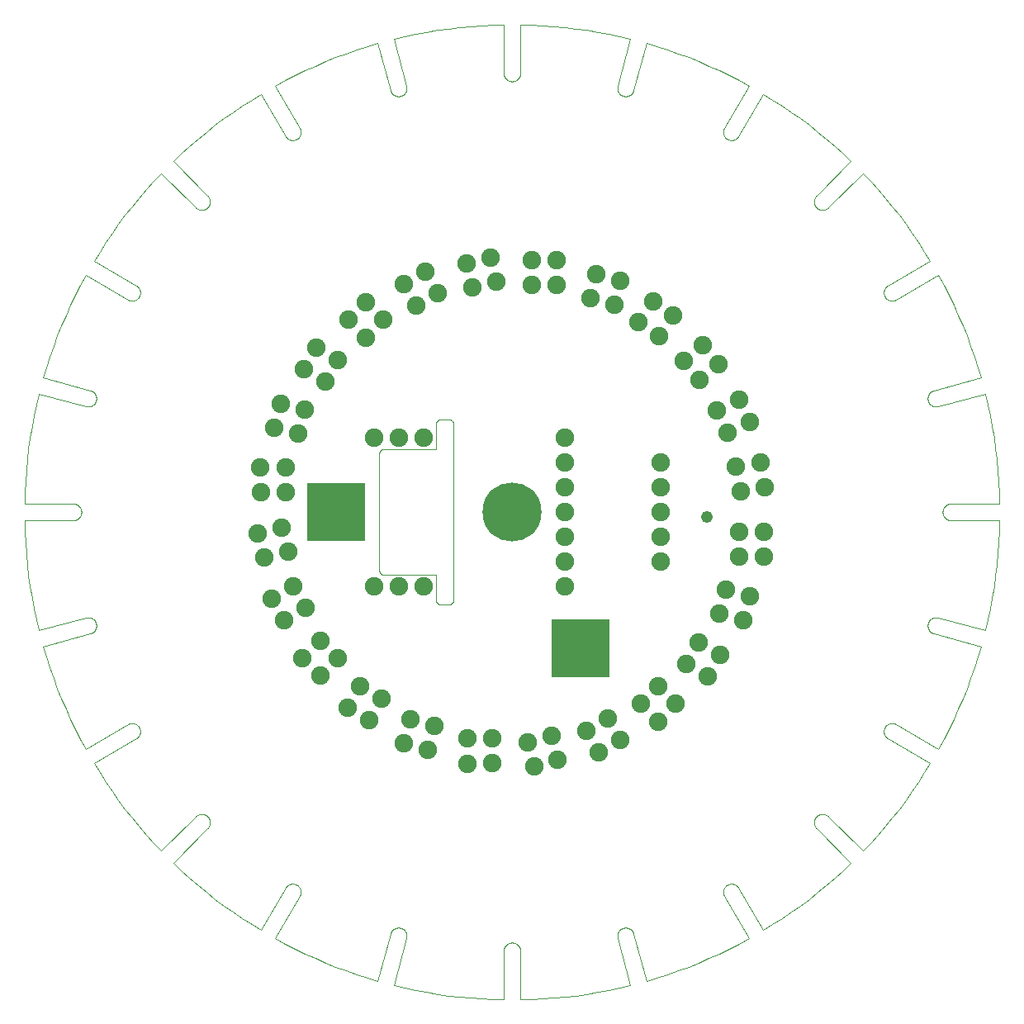
<source format=gbs>
G04 EAGLE Gerber RS-274X export*
G75*
%MOMM*%
%FSLAX34Y34*%
%LPD*%
%INMask_Bottom*%
%IPPOS*%
%AMOC8*
5,1,8,0,0,1.08239X$1,22.5*%
G01*
%ADD10C,0.000000*%
%ADD11C,1.903200*%
%ADD12C,6.045200*%
%ADD13R,6.045200X6.045200*%
%ADD14C,1.209600*%


D10*
X14835Y621108D02*
X12201Y610027D01*
X9820Y598889D01*
X7693Y587700D01*
X5821Y576465D01*
X4206Y565191D01*
X2848Y553882D01*
X1748Y542546D01*
X906Y531187D01*
X324Y519813D01*
X0Y508428D01*
X49928Y508428D01*
X50135Y508425D01*
X50342Y508418D01*
X50548Y508405D01*
X50755Y508388D01*
X50960Y508365D01*
X51166Y508337D01*
X51370Y508305D01*
X51574Y508267D01*
X51776Y508225D01*
X51978Y508177D01*
X52178Y508125D01*
X52377Y508068D01*
X52574Y508006D01*
X52770Y507939D01*
X52964Y507867D01*
X53157Y507791D01*
X53347Y507710D01*
X53536Y507624D01*
X53722Y507534D01*
X53906Y507440D01*
X54088Y507340D01*
X54267Y507237D01*
X54444Y507129D01*
X54618Y507017D01*
X54789Y506901D01*
X54958Y506780D01*
X55123Y506656D01*
X55285Y506527D01*
X55444Y506395D01*
X55600Y506259D01*
X55753Y506119D01*
X55902Y505975D01*
X56047Y505828D01*
X56189Y505677D01*
X56327Y505523D01*
X56462Y505365D01*
X56592Y505205D01*
X56718Y505041D01*
X56841Y504874D01*
X56959Y504704D01*
X57074Y504531D01*
X57184Y504356D01*
X57289Y504178D01*
X57391Y503997D01*
X57487Y503815D01*
X57580Y503629D01*
X57668Y503442D01*
X57751Y503252D01*
X57830Y503061D01*
X57904Y502868D01*
X57973Y502672D01*
X58037Y502476D01*
X58097Y502278D01*
X58152Y502078D01*
X58202Y501877D01*
X58247Y501675D01*
X58287Y501472D01*
X58322Y501268D01*
X58352Y501063D01*
X58377Y500858D01*
X58397Y500652D01*
X58412Y500445D01*
X58422Y500238D01*
X58427Y500031D01*
X58427Y499825D01*
X58422Y499618D01*
X58412Y499411D01*
X58397Y499204D01*
X58377Y498998D01*
X58352Y498793D01*
X58322Y498588D01*
X58287Y498384D01*
X58247Y498181D01*
X58202Y497979D01*
X58152Y497778D01*
X58097Y497578D01*
X58037Y497380D01*
X57973Y497184D01*
X57904Y496988D01*
X57830Y496795D01*
X57751Y496604D01*
X57668Y496414D01*
X57580Y496227D01*
X57487Y496041D01*
X57391Y495859D01*
X57289Y495678D01*
X57184Y495500D01*
X57074Y495325D01*
X56959Y495152D01*
X56841Y494982D01*
X56718Y494815D01*
X56592Y494651D01*
X56462Y494491D01*
X56327Y494333D01*
X56189Y494179D01*
X56047Y494028D01*
X55902Y493881D01*
X55753Y493737D01*
X55600Y493597D01*
X55444Y493461D01*
X55285Y493329D01*
X55123Y493200D01*
X54958Y493076D01*
X54789Y492955D01*
X54618Y492839D01*
X54444Y492727D01*
X54267Y492619D01*
X54088Y492516D01*
X53906Y492416D01*
X53722Y492322D01*
X53536Y492232D01*
X53347Y492146D01*
X53157Y492065D01*
X52964Y491989D01*
X52770Y491917D01*
X52574Y491850D01*
X52377Y491788D01*
X52178Y491731D01*
X51978Y491679D01*
X51776Y491631D01*
X51574Y491589D01*
X51370Y491551D01*
X51166Y491519D01*
X50960Y491491D01*
X50755Y491468D01*
X50548Y491451D01*
X50342Y491438D01*
X50135Y491431D01*
X49928Y491428D01*
X0Y491428D01*
X-1Y491428D02*
X323Y480043D01*
X905Y468668D01*
X1747Y457309D01*
X2847Y445973D01*
X4205Y434664D01*
X5820Y423390D01*
X7692Y412155D01*
X9819Y400966D01*
X12200Y389828D01*
X14834Y378747D01*
X14835Y378747D02*
X63061Y391670D01*
X63263Y391722D01*
X63467Y391768D01*
X63671Y391810D01*
X63876Y391846D01*
X64083Y391878D01*
X64290Y391904D01*
X64497Y391926D01*
X64705Y391942D01*
X64913Y391953D01*
X65122Y391959D01*
X65331Y391960D01*
X65539Y391955D01*
X65748Y391946D01*
X65956Y391932D01*
X66163Y391912D01*
X66370Y391887D01*
X66577Y391858D01*
X66783Y391823D01*
X66987Y391783D01*
X67191Y391738D01*
X67394Y391688D01*
X67595Y391633D01*
X67795Y391574D01*
X67993Y391509D01*
X68190Y391439D01*
X68385Y391365D01*
X68578Y391286D01*
X68769Y391202D01*
X68958Y391114D01*
X69145Y391021D01*
X69329Y390923D01*
X69511Y390821D01*
X69690Y390715D01*
X69867Y390604D01*
X70041Y390489D01*
X70212Y390369D01*
X70380Y390246D01*
X70545Y390118D01*
X70707Y389986D01*
X70865Y389851D01*
X71021Y389711D01*
X71172Y389568D01*
X71320Y389421D01*
X71465Y389271D01*
X71606Y389117D01*
X71742Y388959D01*
X71875Y388798D01*
X72005Y388634D01*
X72129Y388467D01*
X72250Y388297D01*
X72367Y388124D01*
X72479Y387949D01*
X72587Y387770D01*
X72691Y387589D01*
X72790Y387405D01*
X72884Y387219D01*
X72974Y387031D01*
X73060Y386841D01*
X73140Y386648D01*
X73216Y386454D01*
X73287Y386258D01*
X73354Y386060D01*
X73415Y385861D01*
X73471Y385660D01*
X73523Y385458D01*
X73569Y385254D01*
X73611Y385050D01*
X73647Y384845D01*
X73679Y384638D01*
X73705Y384431D01*
X73727Y384224D01*
X73743Y384016D01*
X73754Y383808D01*
X73760Y383599D01*
X73761Y383390D01*
X73756Y383182D01*
X73747Y382973D01*
X73733Y382765D01*
X73713Y382558D01*
X73688Y382351D01*
X73659Y382144D01*
X73624Y381938D01*
X73584Y381734D01*
X73539Y381530D01*
X73489Y381327D01*
X73434Y381126D01*
X73375Y380926D01*
X73310Y380728D01*
X73240Y380531D01*
X73166Y380336D01*
X73087Y380143D01*
X73003Y379952D01*
X72915Y379763D01*
X72822Y379576D01*
X72724Y379392D01*
X72622Y379210D01*
X72516Y379031D01*
X72405Y378854D01*
X72290Y378680D01*
X72170Y378509D01*
X72047Y378341D01*
X71919Y378176D01*
X71787Y378014D01*
X71652Y377856D01*
X71512Y377700D01*
X71369Y377549D01*
X71222Y377401D01*
X71072Y377256D01*
X70918Y377115D01*
X70760Y376979D01*
X70599Y376846D01*
X70435Y376716D01*
X70268Y376592D01*
X70098Y376471D01*
X69925Y376354D01*
X69750Y376242D01*
X69571Y376134D01*
X69390Y376030D01*
X69206Y375931D01*
X69020Y375837D01*
X68832Y375747D01*
X68642Y375661D01*
X68449Y375581D01*
X68255Y375505D01*
X68059Y375434D01*
X67861Y375367D01*
X67662Y375306D01*
X67461Y375250D01*
X67461Y375249D02*
X19235Y362327D01*
X22494Y351414D01*
X26000Y340577D01*
X29753Y329824D01*
X33750Y319158D01*
X37988Y308586D01*
X42466Y298114D01*
X47182Y287746D01*
X52132Y277489D01*
X57315Y267347D01*
X62728Y257325D01*
X105966Y282289D01*
X106146Y282390D01*
X106329Y282487D01*
X106515Y282580D01*
X106702Y282668D01*
X106892Y282751D01*
X107083Y282830D01*
X107276Y282903D01*
X107471Y282973D01*
X107668Y283037D01*
X107866Y283097D01*
X108066Y283152D01*
X108267Y283202D01*
X108469Y283247D01*
X108672Y283287D01*
X108876Y283322D01*
X109081Y283352D01*
X109286Y283377D01*
X109492Y283397D01*
X109699Y283412D01*
X109905Y283422D01*
X110112Y283427D01*
X110319Y283427D01*
X110526Y283422D01*
X110733Y283412D01*
X110940Y283397D01*
X111146Y283377D01*
X111351Y283352D01*
X111556Y283322D01*
X111760Y283287D01*
X111963Y283247D01*
X112165Y283202D01*
X112366Y283152D01*
X112565Y283097D01*
X112764Y283037D01*
X112960Y282973D01*
X113155Y282904D01*
X113349Y282830D01*
X113540Y282751D01*
X113730Y282668D01*
X113917Y282580D01*
X114102Y282487D01*
X114285Y282391D01*
X114466Y282289D01*
X114644Y282184D01*
X114819Y282074D01*
X114992Y281959D01*
X115162Y281841D01*
X115329Y281719D01*
X115492Y281592D01*
X115653Y281462D01*
X115811Y281327D01*
X115965Y281189D01*
X116116Y281047D01*
X116263Y280902D01*
X116406Y280753D01*
X116546Y280600D01*
X116683Y280444D01*
X116815Y280285D01*
X116944Y280123D01*
X117068Y279958D01*
X117189Y279789D01*
X117305Y279618D01*
X117417Y279444D01*
X117525Y279267D01*
X117628Y279088D01*
X117727Y278906D01*
X117822Y278722D01*
X117912Y278536D01*
X117998Y278347D01*
X118079Y278157D01*
X118155Y277965D01*
X118227Y277770D01*
X118294Y277574D01*
X118356Y277377D01*
X118413Y277178D01*
X118465Y276978D01*
X118513Y276776D01*
X118555Y276574D01*
X118593Y276370D01*
X118625Y276166D01*
X118653Y275961D01*
X118676Y275755D01*
X118693Y275549D01*
X118706Y275342D01*
X118713Y275135D01*
X118716Y274928D01*
X118713Y274721D01*
X118706Y274514D01*
X118693Y274308D01*
X118676Y274101D01*
X118653Y273896D01*
X118625Y273690D01*
X118593Y273486D01*
X118555Y273283D01*
X118513Y273080D01*
X118465Y272878D01*
X118413Y272678D01*
X118356Y272479D01*
X118294Y272282D01*
X118227Y272086D01*
X118155Y271892D01*
X118079Y271699D01*
X117998Y271509D01*
X117912Y271320D01*
X117822Y271134D01*
X117728Y270950D01*
X117628Y270768D01*
X117525Y270589D01*
X117417Y270412D01*
X117305Y270238D01*
X117189Y270067D01*
X117068Y269898D01*
X116944Y269733D01*
X116815Y269571D01*
X116683Y269412D01*
X116547Y269256D01*
X116407Y269103D01*
X116263Y268954D01*
X116116Y268809D01*
X115965Y268667D01*
X115811Y268529D01*
X115653Y268395D01*
X115493Y268264D01*
X115329Y268138D01*
X115162Y268015D01*
X114992Y267897D01*
X114819Y267782D01*
X114644Y267673D01*
X114466Y267567D01*
X71228Y242603D01*
X77200Y232905D01*
X83392Y223345D01*
X89800Y213929D01*
X96421Y204661D01*
X103251Y195547D01*
X110287Y186590D01*
X117525Y177796D01*
X124962Y169170D01*
X132593Y160715D01*
X140415Y152436D01*
X175719Y187740D01*
X175720Y187740D02*
X175869Y187886D01*
X176022Y188028D01*
X176178Y188166D01*
X176338Y188301D01*
X176501Y188431D01*
X176667Y188557D01*
X176836Y188679D01*
X177008Y188797D01*
X177183Y188911D01*
X177360Y189021D01*
X177540Y189126D01*
X177723Y189226D01*
X177908Y189322D01*
X178096Y189414D01*
X178285Y189501D01*
X178477Y189583D01*
X178671Y189660D01*
X178866Y189733D01*
X179064Y189801D01*
X179263Y189864D01*
X179463Y189922D01*
X179665Y189975D01*
X179868Y190023D01*
X180072Y190067D01*
X180277Y190105D01*
X180483Y190138D01*
X180690Y190166D01*
X180897Y190189D01*
X181105Y190207D01*
X181313Y190220D01*
X181521Y190227D01*
X181730Y190230D01*
X181939Y190227D01*
X182147Y190220D01*
X182355Y190207D01*
X182563Y190189D01*
X182770Y190166D01*
X182977Y190138D01*
X183183Y190105D01*
X183388Y190067D01*
X183592Y190023D01*
X183795Y189975D01*
X183997Y189922D01*
X184197Y189864D01*
X184396Y189801D01*
X184594Y189733D01*
X184789Y189660D01*
X184983Y189583D01*
X185175Y189501D01*
X185364Y189414D01*
X185552Y189322D01*
X185737Y189226D01*
X185920Y189126D01*
X186100Y189021D01*
X186277Y188911D01*
X186452Y188797D01*
X186624Y188679D01*
X186793Y188557D01*
X186959Y188431D01*
X187122Y188301D01*
X187282Y188166D01*
X187438Y188028D01*
X187591Y187886D01*
X187740Y187740D01*
X187886Y187591D01*
X188028Y187438D01*
X188166Y187282D01*
X188301Y187122D01*
X188431Y186959D01*
X188557Y186793D01*
X188679Y186624D01*
X188797Y186452D01*
X188911Y186277D01*
X189021Y186100D01*
X189126Y185920D01*
X189226Y185737D01*
X189322Y185552D01*
X189414Y185364D01*
X189501Y185175D01*
X189583Y184983D01*
X189660Y184789D01*
X189733Y184594D01*
X189801Y184396D01*
X189864Y184197D01*
X189922Y183997D01*
X189975Y183795D01*
X190023Y183592D01*
X190067Y183388D01*
X190105Y183183D01*
X190138Y182977D01*
X190166Y182770D01*
X190189Y182563D01*
X190207Y182355D01*
X190220Y182147D01*
X190227Y181939D01*
X190230Y181730D01*
X190227Y181521D01*
X190220Y181313D01*
X190207Y181105D01*
X190189Y180897D01*
X190166Y180690D01*
X190138Y180483D01*
X190105Y180277D01*
X190067Y180072D01*
X190023Y179868D01*
X189975Y179665D01*
X189922Y179463D01*
X189864Y179263D01*
X189801Y179064D01*
X189733Y178866D01*
X189660Y178671D01*
X189583Y178477D01*
X189501Y178285D01*
X189414Y178096D01*
X189322Y177908D01*
X189226Y177723D01*
X189126Y177540D01*
X189021Y177360D01*
X188911Y177183D01*
X188797Y177008D01*
X188679Y176836D01*
X188557Y176667D01*
X188431Y176501D01*
X188301Y176338D01*
X188166Y176178D01*
X188028Y176022D01*
X187886Y175869D01*
X187740Y175720D01*
X187740Y175719D02*
X152436Y140415D01*
X160715Y132593D01*
X169170Y124962D01*
X177796Y117525D01*
X186590Y110287D01*
X195547Y103251D01*
X204661Y96421D01*
X213929Y89800D01*
X223345Y83392D01*
X232905Y77200D01*
X242603Y71228D01*
X267567Y114466D01*
X267673Y114644D01*
X267782Y114819D01*
X267897Y114992D01*
X268015Y115162D01*
X268138Y115329D01*
X268264Y115493D01*
X268395Y115653D01*
X268529Y115811D01*
X268667Y115965D01*
X268809Y116116D01*
X268954Y116263D01*
X269103Y116407D01*
X269256Y116547D01*
X269412Y116683D01*
X269571Y116815D01*
X269733Y116944D01*
X269898Y117068D01*
X270067Y117189D01*
X270238Y117305D01*
X270412Y117417D01*
X270589Y117525D01*
X270768Y117628D01*
X270950Y117728D01*
X271134Y117822D01*
X271320Y117912D01*
X271509Y117998D01*
X271699Y118079D01*
X271892Y118155D01*
X272086Y118227D01*
X272282Y118294D01*
X272479Y118356D01*
X272678Y118413D01*
X272878Y118465D01*
X273080Y118513D01*
X273283Y118555D01*
X273486Y118593D01*
X273690Y118625D01*
X273896Y118653D01*
X274101Y118676D01*
X274308Y118693D01*
X274514Y118706D01*
X274721Y118713D01*
X274928Y118716D01*
X275135Y118713D01*
X275342Y118706D01*
X275549Y118693D01*
X275755Y118676D01*
X275961Y118653D01*
X276166Y118625D01*
X276370Y118593D01*
X276574Y118555D01*
X276776Y118513D01*
X276978Y118465D01*
X277178Y118413D01*
X277377Y118356D01*
X277574Y118294D01*
X277770Y118227D01*
X277965Y118155D01*
X278157Y118079D01*
X278347Y117998D01*
X278536Y117912D01*
X278722Y117822D01*
X278906Y117727D01*
X279088Y117628D01*
X279267Y117525D01*
X279444Y117417D01*
X279618Y117305D01*
X279789Y117189D01*
X279958Y117068D01*
X280123Y116944D01*
X280285Y116815D01*
X280444Y116683D01*
X280600Y116546D01*
X280753Y116406D01*
X280902Y116263D01*
X281047Y116116D01*
X281189Y115965D01*
X281327Y115811D01*
X281462Y115653D01*
X281592Y115492D01*
X281719Y115329D01*
X281841Y115162D01*
X281959Y114992D01*
X282074Y114819D01*
X282184Y114644D01*
X282289Y114466D01*
X282391Y114285D01*
X282487Y114102D01*
X282580Y113917D01*
X282668Y113730D01*
X282751Y113540D01*
X282830Y113349D01*
X282904Y113155D01*
X282973Y112960D01*
X283037Y112764D01*
X283097Y112565D01*
X283152Y112366D01*
X283202Y112165D01*
X283247Y111963D01*
X283287Y111760D01*
X283322Y111556D01*
X283352Y111351D01*
X283377Y111146D01*
X283397Y110940D01*
X283412Y110733D01*
X283422Y110526D01*
X283427Y110319D01*
X283427Y110112D01*
X283422Y109905D01*
X283412Y109699D01*
X283397Y109492D01*
X283377Y109286D01*
X283352Y109081D01*
X283322Y108876D01*
X283287Y108672D01*
X283247Y108469D01*
X283202Y108267D01*
X283152Y108066D01*
X283097Y107866D01*
X283037Y107668D01*
X282973Y107471D01*
X282903Y107276D01*
X282830Y107083D01*
X282751Y106892D01*
X282668Y106702D01*
X282580Y106515D01*
X282487Y106329D01*
X282390Y106146D01*
X282289Y105966D01*
X257325Y62728D01*
X267347Y57315D01*
X277489Y52132D01*
X287746Y47182D01*
X298114Y42466D01*
X308586Y37988D01*
X319158Y33750D01*
X329824Y29753D01*
X340577Y26000D01*
X351414Y22494D01*
X362327Y19235D01*
X375249Y67461D01*
X375250Y67461D02*
X375306Y67662D01*
X375367Y67861D01*
X375434Y68059D01*
X375505Y68255D01*
X375581Y68449D01*
X375661Y68642D01*
X375747Y68832D01*
X375837Y69020D01*
X375931Y69206D01*
X376030Y69390D01*
X376134Y69571D01*
X376242Y69750D01*
X376354Y69925D01*
X376471Y70098D01*
X376592Y70268D01*
X376716Y70435D01*
X376846Y70599D01*
X376979Y70760D01*
X377115Y70918D01*
X377256Y71072D01*
X377401Y71222D01*
X377549Y71369D01*
X377700Y71512D01*
X377856Y71652D01*
X378014Y71787D01*
X378176Y71919D01*
X378341Y72047D01*
X378509Y72170D01*
X378680Y72290D01*
X378854Y72405D01*
X379031Y72516D01*
X379210Y72622D01*
X379392Y72724D01*
X379576Y72822D01*
X379763Y72915D01*
X379952Y73003D01*
X380143Y73087D01*
X380336Y73166D01*
X380531Y73240D01*
X380728Y73310D01*
X380926Y73375D01*
X381126Y73434D01*
X381327Y73489D01*
X381530Y73539D01*
X381734Y73584D01*
X381938Y73624D01*
X382144Y73659D01*
X382351Y73688D01*
X382558Y73713D01*
X382765Y73733D01*
X382973Y73747D01*
X383182Y73756D01*
X383390Y73761D01*
X383599Y73760D01*
X383808Y73754D01*
X384016Y73743D01*
X384224Y73727D01*
X384431Y73705D01*
X384638Y73679D01*
X384845Y73647D01*
X385050Y73611D01*
X385254Y73569D01*
X385458Y73523D01*
X385660Y73471D01*
X385861Y73415D01*
X386060Y73354D01*
X386258Y73287D01*
X386454Y73216D01*
X386648Y73140D01*
X386841Y73060D01*
X387031Y72974D01*
X387219Y72884D01*
X387405Y72790D01*
X387589Y72691D01*
X387770Y72587D01*
X387949Y72479D01*
X388124Y72367D01*
X388297Y72250D01*
X388467Y72129D01*
X388634Y72005D01*
X388798Y71875D01*
X388959Y71742D01*
X389117Y71606D01*
X389271Y71465D01*
X389421Y71320D01*
X389568Y71172D01*
X389711Y71021D01*
X389851Y70865D01*
X389986Y70707D01*
X390118Y70545D01*
X390246Y70380D01*
X390369Y70212D01*
X390489Y70041D01*
X390604Y69867D01*
X390715Y69690D01*
X390821Y69511D01*
X390923Y69329D01*
X391021Y69145D01*
X391114Y68958D01*
X391202Y68769D01*
X391286Y68578D01*
X391365Y68385D01*
X391439Y68190D01*
X391509Y67993D01*
X391574Y67795D01*
X391633Y67595D01*
X391688Y67394D01*
X391738Y67191D01*
X391783Y66987D01*
X391823Y66783D01*
X391858Y66577D01*
X391887Y66370D01*
X391912Y66163D01*
X391932Y65956D01*
X391946Y65748D01*
X391955Y65539D01*
X391960Y65331D01*
X391959Y65122D01*
X391953Y64913D01*
X391942Y64705D01*
X391926Y64497D01*
X391904Y64290D01*
X391878Y64083D01*
X391846Y63876D01*
X391810Y63671D01*
X391768Y63467D01*
X391722Y63263D01*
X391670Y63061D01*
X378747Y14835D01*
X378747Y14834D02*
X389828Y12200D01*
X400966Y9819D01*
X412155Y7692D01*
X423390Y5820D01*
X434664Y4205D01*
X445973Y2847D01*
X457309Y1747D01*
X468668Y905D01*
X480043Y323D01*
X491428Y-1D01*
X491428Y0D02*
X491428Y49928D01*
X491431Y50135D01*
X491438Y50342D01*
X491451Y50548D01*
X491468Y50755D01*
X491491Y50960D01*
X491519Y51166D01*
X491551Y51370D01*
X491589Y51574D01*
X491631Y51776D01*
X491679Y51978D01*
X491731Y52178D01*
X491788Y52377D01*
X491850Y52574D01*
X491917Y52770D01*
X491989Y52964D01*
X492065Y53157D01*
X492146Y53347D01*
X492232Y53536D01*
X492322Y53722D01*
X492416Y53906D01*
X492516Y54088D01*
X492619Y54267D01*
X492727Y54444D01*
X492839Y54618D01*
X492955Y54789D01*
X493076Y54958D01*
X493200Y55123D01*
X493329Y55285D01*
X493461Y55444D01*
X493597Y55600D01*
X493737Y55753D01*
X493881Y55902D01*
X494028Y56047D01*
X494179Y56189D01*
X494333Y56327D01*
X494491Y56462D01*
X494651Y56592D01*
X494815Y56718D01*
X494982Y56841D01*
X495152Y56959D01*
X495325Y57074D01*
X495500Y57184D01*
X495678Y57289D01*
X495859Y57391D01*
X496041Y57487D01*
X496227Y57580D01*
X496414Y57668D01*
X496604Y57751D01*
X496795Y57830D01*
X496988Y57904D01*
X497184Y57973D01*
X497380Y58037D01*
X497578Y58097D01*
X497778Y58152D01*
X497979Y58202D01*
X498181Y58247D01*
X498384Y58287D01*
X498588Y58322D01*
X498793Y58352D01*
X498998Y58377D01*
X499204Y58397D01*
X499411Y58412D01*
X499618Y58422D01*
X499825Y58427D01*
X500031Y58427D01*
X500238Y58422D01*
X500445Y58412D01*
X500652Y58397D01*
X500858Y58377D01*
X501063Y58352D01*
X501268Y58322D01*
X501472Y58287D01*
X501675Y58247D01*
X501877Y58202D01*
X502078Y58152D01*
X502278Y58097D01*
X502476Y58037D01*
X502672Y57973D01*
X502868Y57904D01*
X503061Y57830D01*
X503252Y57751D01*
X503442Y57668D01*
X503629Y57580D01*
X503815Y57487D01*
X503997Y57391D01*
X504178Y57289D01*
X504356Y57184D01*
X504531Y57074D01*
X504704Y56959D01*
X504874Y56841D01*
X505041Y56718D01*
X505205Y56592D01*
X505365Y56462D01*
X505523Y56327D01*
X505677Y56189D01*
X505828Y56047D01*
X505975Y55902D01*
X506119Y55753D01*
X506259Y55600D01*
X506395Y55444D01*
X506527Y55285D01*
X506656Y55123D01*
X506780Y54958D01*
X506901Y54789D01*
X507017Y54618D01*
X507129Y54444D01*
X507237Y54267D01*
X507340Y54088D01*
X507440Y53906D01*
X507534Y53722D01*
X507624Y53536D01*
X507710Y53347D01*
X507791Y53157D01*
X507867Y52964D01*
X507939Y52770D01*
X508006Y52574D01*
X508068Y52377D01*
X508125Y52178D01*
X508177Y51978D01*
X508225Y51776D01*
X508267Y51574D01*
X508305Y51370D01*
X508337Y51166D01*
X508365Y50960D01*
X508388Y50755D01*
X508405Y50548D01*
X508418Y50342D01*
X508425Y50135D01*
X508428Y49928D01*
X508428Y0D01*
X519813Y324D01*
X531187Y906D01*
X542546Y1748D01*
X553882Y2848D01*
X565191Y4206D01*
X576465Y5821D01*
X587700Y7693D01*
X598889Y9820D01*
X610027Y12201D01*
X621108Y14835D01*
X608186Y63061D01*
X608187Y63061D02*
X608135Y63262D01*
X608089Y63463D01*
X608048Y63666D01*
X608012Y63870D01*
X607980Y64075D01*
X607954Y64280D01*
X607932Y64486D01*
X607916Y64692D01*
X607905Y64899D01*
X607898Y65106D01*
X607897Y65313D01*
X607901Y65520D01*
X607910Y65727D01*
X607924Y65933D01*
X607942Y66139D01*
X607966Y66345D01*
X607995Y66550D01*
X608029Y66754D01*
X608068Y66957D01*
X608112Y67160D01*
X608160Y67361D01*
X608214Y67561D01*
X608272Y67759D01*
X608336Y67956D01*
X608404Y68152D01*
X608476Y68346D01*
X608554Y68538D01*
X608636Y68728D01*
X608723Y68916D01*
X608814Y69101D01*
X608910Y69285D01*
X609010Y69466D01*
X609115Y69645D01*
X609224Y69821D01*
X609337Y69994D01*
X609454Y70165D01*
X609576Y70332D01*
X609701Y70497D01*
X609831Y70658D01*
X609964Y70817D01*
X610101Y70972D01*
X610242Y71123D01*
X610387Y71271D01*
X610535Y71416D01*
X610686Y71557D01*
X610841Y71694D01*
X611000Y71827D01*
X611161Y71957D01*
X611326Y72082D01*
X611493Y72204D01*
X611664Y72321D01*
X611837Y72434D01*
X612013Y72543D01*
X612192Y72648D01*
X612373Y72748D01*
X612557Y72844D01*
X612742Y72935D01*
X612930Y73022D01*
X613120Y73104D01*
X613312Y73182D01*
X613506Y73254D01*
X613702Y73322D01*
X613899Y73386D01*
X614097Y73444D01*
X614297Y73498D01*
X614498Y73546D01*
X614701Y73590D01*
X614904Y73629D01*
X615108Y73663D01*
X615313Y73692D01*
X615519Y73716D01*
X615725Y73734D01*
X615931Y73748D01*
X616138Y73757D01*
X616345Y73761D01*
X616552Y73760D01*
X616759Y73753D01*
X616966Y73742D01*
X617172Y73726D01*
X617378Y73704D01*
X617583Y73678D01*
X617788Y73646D01*
X617992Y73610D01*
X618195Y73569D01*
X618396Y73523D01*
X618597Y73471D01*
X618796Y73415D01*
X618994Y73355D01*
X619190Y73289D01*
X619385Y73218D01*
X619578Y73143D01*
X619769Y73064D01*
X619958Y72979D01*
X620145Y72890D01*
X620330Y72797D01*
X620512Y72699D01*
X620692Y72596D01*
X620869Y72489D01*
X621044Y72378D01*
X621216Y72263D01*
X621385Y72144D01*
X621551Y72020D01*
X621714Y71893D01*
X621874Y71761D01*
X622031Y71626D01*
X622184Y71487D01*
X622334Y71344D01*
X622480Y71198D01*
X622623Y71048D01*
X622762Y70895D01*
X622897Y70738D01*
X623029Y70578D01*
X623156Y70415D01*
X623280Y70249D01*
X623399Y70080D01*
X623514Y69908D01*
X623625Y69733D01*
X623732Y69556D01*
X623835Y69376D01*
X623933Y69194D01*
X624026Y69009D01*
X624115Y68822D01*
X624200Y68633D01*
X624279Y68442D01*
X624354Y68249D01*
X624425Y68054D01*
X624491Y67858D01*
X624551Y67660D01*
X624607Y67461D01*
X637529Y19235D01*
X648443Y22494D01*
X659279Y26001D01*
X670033Y29753D01*
X680698Y33750D01*
X691270Y37988D01*
X701742Y42467D01*
X712109Y47182D01*
X722367Y52133D01*
X732509Y57315D01*
X742530Y62728D01*
X717567Y105966D01*
X717466Y106146D01*
X717369Y106329D01*
X717276Y106515D01*
X717188Y106702D01*
X717105Y106892D01*
X717026Y107083D01*
X716953Y107276D01*
X716883Y107471D01*
X716819Y107668D01*
X716759Y107866D01*
X716704Y108066D01*
X716654Y108267D01*
X716609Y108469D01*
X716569Y108672D01*
X716534Y108876D01*
X716504Y109081D01*
X716479Y109286D01*
X716459Y109492D01*
X716444Y109699D01*
X716434Y109905D01*
X716429Y110112D01*
X716429Y110319D01*
X716434Y110526D01*
X716444Y110733D01*
X716459Y110940D01*
X716479Y111146D01*
X716504Y111351D01*
X716534Y111556D01*
X716569Y111760D01*
X716609Y111963D01*
X716654Y112165D01*
X716704Y112366D01*
X716759Y112565D01*
X716819Y112764D01*
X716883Y112960D01*
X716952Y113155D01*
X717026Y113349D01*
X717105Y113540D01*
X717188Y113730D01*
X717276Y113917D01*
X717369Y114102D01*
X717465Y114285D01*
X717567Y114466D01*
X717672Y114644D01*
X717782Y114819D01*
X717897Y114992D01*
X718015Y115162D01*
X718137Y115329D01*
X718264Y115492D01*
X718394Y115653D01*
X718529Y115811D01*
X718667Y115965D01*
X718809Y116116D01*
X718954Y116263D01*
X719103Y116406D01*
X719256Y116546D01*
X719412Y116683D01*
X719571Y116815D01*
X719733Y116944D01*
X719898Y117068D01*
X720067Y117189D01*
X720238Y117305D01*
X720412Y117417D01*
X720589Y117525D01*
X720768Y117628D01*
X720950Y117727D01*
X721134Y117822D01*
X721320Y117912D01*
X721509Y117998D01*
X721699Y118079D01*
X721891Y118155D01*
X722086Y118227D01*
X722282Y118294D01*
X722479Y118356D01*
X722678Y118413D01*
X722878Y118465D01*
X723080Y118513D01*
X723282Y118555D01*
X723486Y118593D01*
X723690Y118625D01*
X723895Y118653D01*
X724101Y118676D01*
X724307Y118693D01*
X724514Y118706D01*
X724721Y118713D01*
X724928Y118716D01*
X725135Y118713D01*
X725342Y118706D01*
X725548Y118693D01*
X725755Y118676D01*
X725960Y118653D01*
X726166Y118625D01*
X726370Y118593D01*
X726573Y118555D01*
X726776Y118513D01*
X726978Y118465D01*
X727178Y118413D01*
X727377Y118356D01*
X727574Y118294D01*
X727770Y118227D01*
X727964Y118155D01*
X728157Y118079D01*
X728347Y117998D01*
X728536Y117912D01*
X728722Y117822D01*
X728906Y117728D01*
X729088Y117628D01*
X729267Y117525D01*
X729444Y117417D01*
X729618Y117305D01*
X729789Y117189D01*
X729958Y117068D01*
X730123Y116944D01*
X730285Y116815D01*
X730444Y116683D01*
X730600Y116547D01*
X730753Y116407D01*
X730902Y116263D01*
X731047Y116116D01*
X731189Y115965D01*
X731327Y115811D01*
X731461Y115653D01*
X731592Y115493D01*
X731718Y115329D01*
X731841Y115162D01*
X731959Y114992D01*
X732074Y114819D01*
X732183Y114644D01*
X732289Y114466D01*
X757253Y71228D01*
X766951Y77200D01*
X776511Y83392D01*
X785927Y89800D01*
X795195Y96421D01*
X804309Y103251D01*
X813266Y110287D01*
X822060Y117525D01*
X830686Y124962D01*
X839141Y132593D01*
X847420Y140415D01*
X812115Y175719D01*
X812116Y175720D02*
X811971Y175868D01*
X811830Y176019D01*
X811693Y176174D01*
X811560Y176333D01*
X811430Y176494D01*
X811305Y176659D01*
X811183Y176826D01*
X811066Y176997D01*
X810953Y177170D01*
X810844Y177346D01*
X810739Y177525D01*
X810639Y177706D01*
X810543Y177890D01*
X810452Y178075D01*
X810365Y178263D01*
X810283Y178453D01*
X810205Y178645D01*
X810133Y178839D01*
X810065Y179035D01*
X810001Y179232D01*
X809943Y179430D01*
X809889Y179630D01*
X809841Y179831D01*
X809797Y180034D01*
X809758Y180237D01*
X809724Y180441D01*
X809695Y180646D01*
X809671Y180852D01*
X809653Y181058D01*
X809639Y181264D01*
X809630Y181471D01*
X809626Y181678D01*
X809627Y181885D01*
X809634Y182092D01*
X809645Y182299D01*
X809661Y182505D01*
X809683Y182711D01*
X809709Y182916D01*
X809741Y183121D01*
X809777Y183325D01*
X809818Y183528D01*
X809864Y183729D01*
X809916Y183930D01*
X809972Y184129D01*
X810032Y184327D01*
X810098Y184523D01*
X810169Y184718D01*
X810244Y184911D01*
X810323Y185102D01*
X810408Y185291D01*
X810497Y185478D01*
X810590Y185663D01*
X810688Y185845D01*
X810791Y186025D01*
X810898Y186202D01*
X811009Y186377D01*
X811124Y186549D01*
X811243Y186718D01*
X811367Y186884D01*
X811494Y187047D01*
X811626Y187207D01*
X811761Y187364D01*
X811900Y187517D01*
X812043Y187667D01*
X812189Y187813D01*
X812339Y187956D01*
X812492Y188095D01*
X812649Y188230D01*
X812809Y188362D01*
X812972Y188489D01*
X813138Y188613D01*
X813307Y188732D01*
X813479Y188847D01*
X813654Y188958D01*
X813831Y189065D01*
X814011Y189168D01*
X814193Y189266D01*
X814378Y189359D01*
X814565Y189448D01*
X814754Y189533D01*
X814945Y189612D01*
X815138Y189687D01*
X815333Y189758D01*
X815529Y189824D01*
X815727Y189884D01*
X815926Y189940D01*
X816127Y189992D01*
X816328Y190038D01*
X816531Y190079D01*
X816735Y190115D01*
X816940Y190147D01*
X817145Y190173D01*
X817351Y190195D01*
X817557Y190211D01*
X817764Y190222D01*
X817971Y190229D01*
X818178Y190230D01*
X818385Y190226D01*
X818592Y190217D01*
X818798Y190203D01*
X819004Y190185D01*
X819210Y190161D01*
X819415Y190132D01*
X819619Y190098D01*
X819822Y190059D01*
X820025Y190015D01*
X820226Y189967D01*
X820426Y189913D01*
X820624Y189855D01*
X820821Y189791D01*
X821017Y189723D01*
X821211Y189651D01*
X821403Y189573D01*
X821593Y189491D01*
X821781Y189404D01*
X821966Y189313D01*
X822150Y189217D01*
X822331Y189117D01*
X822510Y189012D01*
X822686Y188903D01*
X822859Y188790D01*
X823030Y188673D01*
X823197Y188551D01*
X823362Y188426D01*
X823523Y188296D01*
X823682Y188163D01*
X823837Y188026D01*
X823988Y187885D01*
X824136Y187740D01*
X859440Y152436D01*
X859440Y152437D02*
X867262Y160716D01*
X874893Y169171D01*
X882330Y177798D01*
X889568Y186591D01*
X896604Y195548D01*
X903435Y204662D01*
X910055Y213930D01*
X916464Y223346D01*
X922655Y232905D01*
X928628Y242604D01*
X928628Y242603D02*
X885389Y267567D01*
X885211Y267673D01*
X885036Y267782D01*
X884863Y267897D01*
X884693Y268015D01*
X884526Y268138D01*
X884362Y268264D01*
X884202Y268395D01*
X884044Y268529D01*
X883890Y268667D01*
X883739Y268809D01*
X883592Y268954D01*
X883448Y269103D01*
X883308Y269256D01*
X883172Y269412D01*
X883040Y269571D01*
X882911Y269733D01*
X882787Y269898D01*
X882666Y270067D01*
X882550Y270238D01*
X882438Y270412D01*
X882330Y270589D01*
X882227Y270768D01*
X882127Y270950D01*
X882033Y271134D01*
X881943Y271320D01*
X881857Y271509D01*
X881776Y271699D01*
X881700Y271892D01*
X881628Y272086D01*
X881561Y272282D01*
X881499Y272479D01*
X881442Y272678D01*
X881390Y272878D01*
X881342Y273080D01*
X881300Y273283D01*
X881262Y273486D01*
X881230Y273690D01*
X881202Y273896D01*
X881179Y274101D01*
X881162Y274308D01*
X881149Y274514D01*
X881142Y274721D01*
X881139Y274928D01*
X881142Y275135D01*
X881149Y275342D01*
X881162Y275549D01*
X881179Y275755D01*
X881202Y275961D01*
X881230Y276166D01*
X881262Y276370D01*
X881300Y276574D01*
X881342Y276776D01*
X881390Y276978D01*
X881442Y277178D01*
X881499Y277377D01*
X881561Y277574D01*
X881628Y277770D01*
X881700Y277965D01*
X881776Y278157D01*
X881857Y278347D01*
X881943Y278536D01*
X882033Y278722D01*
X882128Y278906D01*
X882227Y279088D01*
X882330Y279267D01*
X882438Y279444D01*
X882550Y279618D01*
X882666Y279789D01*
X882787Y279958D01*
X882911Y280123D01*
X883040Y280285D01*
X883172Y280444D01*
X883309Y280600D01*
X883449Y280753D01*
X883592Y280902D01*
X883739Y281047D01*
X883890Y281189D01*
X884044Y281327D01*
X884202Y281462D01*
X884363Y281592D01*
X884526Y281719D01*
X884693Y281841D01*
X884863Y281959D01*
X885036Y282074D01*
X885211Y282184D01*
X885389Y282289D01*
X885570Y282391D01*
X885753Y282487D01*
X885938Y282580D01*
X886125Y282668D01*
X886315Y282751D01*
X886506Y282830D01*
X886700Y282904D01*
X886895Y282973D01*
X887091Y283037D01*
X887290Y283097D01*
X887489Y283152D01*
X887690Y283202D01*
X887892Y283247D01*
X888095Y283287D01*
X888299Y283322D01*
X888504Y283352D01*
X888709Y283377D01*
X888915Y283397D01*
X889122Y283412D01*
X889329Y283422D01*
X889536Y283427D01*
X889743Y283427D01*
X889950Y283422D01*
X890156Y283412D01*
X890363Y283397D01*
X890569Y283377D01*
X890774Y283352D01*
X890979Y283322D01*
X891183Y283287D01*
X891386Y283247D01*
X891588Y283202D01*
X891789Y283152D01*
X891989Y283097D01*
X892187Y283037D01*
X892384Y282973D01*
X892579Y282903D01*
X892772Y282830D01*
X892963Y282751D01*
X893153Y282668D01*
X893340Y282580D01*
X893526Y282487D01*
X893709Y282390D01*
X893889Y282289D01*
X937128Y257325D01*
X942541Y267347D01*
X947724Y277489D01*
X952674Y287746D01*
X957390Y298114D01*
X961868Y308586D01*
X966106Y319158D01*
X970103Y329824D01*
X973856Y340577D01*
X977362Y351414D01*
X980621Y362327D01*
X932394Y375249D01*
X932394Y375250D02*
X932195Y375306D01*
X931997Y375366D01*
X931801Y375432D01*
X931606Y375503D01*
X931413Y375578D01*
X931222Y375657D01*
X931033Y375742D01*
X930846Y375831D01*
X930661Y375924D01*
X930479Y376022D01*
X930299Y376125D01*
X930122Y376232D01*
X929947Y376343D01*
X929775Y376458D01*
X929606Y376577D01*
X929440Y376701D01*
X929277Y376828D01*
X929117Y376960D01*
X928960Y377095D01*
X928807Y377234D01*
X928657Y377377D01*
X928511Y377523D01*
X928368Y377673D01*
X928229Y377826D01*
X928094Y377983D01*
X927962Y378143D01*
X927835Y378306D01*
X927711Y378472D01*
X927592Y378641D01*
X927477Y378813D01*
X927366Y378988D01*
X927259Y379165D01*
X927156Y379345D01*
X927058Y379527D01*
X926965Y379712D01*
X926876Y379899D01*
X926791Y380088D01*
X926712Y380279D01*
X926637Y380472D01*
X926566Y380667D01*
X926500Y380863D01*
X926440Y381061D01*
X926384Y381260D01*
X926332Y381461D01*
X926286Y381662D01*
X926245Y381865D01*
X926209Y382069D01*
X926177Y382274D01*
X926151Y382479D01*
X926129Y382685D01*
X926113Y382891D01*
X926102Y383098D01*
X926095Y383305D01*
X926094Y383512D01*
X926098Y383719D01*
X926107Y383926D01*
X926121Y384132D01*
X926139Y384338D01*
X926163Y384544D01*
X926192Y384749D01*
X926226Y384953D01*
X926265Y385156D01*
X926309Y385359D01*
X926357Y385560D01*
X926411Y385760D01*
X926469Y385958D01*
X926533Y386155D01*
X926601Y386351D01*
X926673Y386545D01*
X926751Y386737D01*
X926833Y386927D01*
X926920Y387115D01*
X927011Y387300D01*
X927107Y387484D01*
X927207Y387665D01*
X927312Y387844D01*
X927421Y388020D01*
X927534Y388193D01*
X927651Y388364D01*
X927773Y388531D01*
X927898Y388696D01*
X928028Y388857D01*
X928161Y389016D01*
X928298Y389171D01*
X928439Y389322D01*
X928584Y389470D01*
X928732Y389615D01*
X928883Y389756D01*
X929038Y389893D01*
X929197Y390026D01*
X929358Y390156D01*
X929523Y390281D01*
X929690Y390403D01*
X929861Y390520D01*
X930034Y390633D01*
X930210Y390742D01*
X930389Y390847D01*
X930570Y390947D01*
X930754Y391043D01*
X930939Y391134D01*
X931127Y391221D01*
X931317Y391303D01*
X931509Y391381D01*
X931703Y391453D01*
X931899Y391521D01*
X932096Y391585D01*
X932294Y391643D01*
X932494Y391697D01*
X932695Y391745D01*
X932898Y391789D01*
X933101Y391828D01*
X933305Y391862D01*
X933510Y391891D01*
X933716Y391915D01*
X933922Y391933D01*
X934128Y391947D01*
X934335Y391956D01*
X934542Y391960D01*
X934749Y391959D01*
X934956Y391952D01*
X935163Y391941D01*
X935369Y391925D01*
X935575Y391903D01*
X935780Y391877D01*
X935985Y391845D01*
X936189Y391809D01*
X936392Y391768D01*
X936593Y391722D01*
X936794Y391670D01*
X985021Y378747D01*
X987655Y389828D01*
X990036Y400966D01*
X992163Y412155D01*
X994035Y423390D01*
X995650Y434665D01*
X997008Y445973D01*
X998108Y457310D01*
X998949Y468668D01*
X999532Y480043D01*
X999855Y491428D01*
X949928Y491428D01*
X949721Y491431D01*
X949514Y491438D01*
X949308Y491451D01*
X949101Y491468D01*
X948896Y491491D01*
X948690Y491519D01*
X948486Y491551D01*
X948282Y491589D01*
X948080Y491631D01*
X947878Y491679D01*
X947678Y491731D01*
X947479Y491788D01*
X947282Y491850D01*
X947086Y491917D01*
X946892Y491989D01*
X946699Y492065D01*
X946509Y492146D01*
X946320Y492232D01*
X946134Y492322D01*
X945950Y492416D01*
X945768Y492516D01*
X945589Y492619D01*
X945412Y492727D01*
X945238Y492839D01*
X945067Y492955D01*
X944898Y493076D01*
X944733Y493200D01*
X944571Y493329D01*
X944412Y493461D01*
X944256Y493597D01*
X944103Y493737D01*
X943954Y493881D01*
X943809Y494028D01*
X943667Y494179D01*
X943529Y494333D01*
X943394Y494491D01*
X943264Y494651D01*
X943138Y494815D01*
X943015Y494982D01*
X942897Y495152D01*
X942782Y495325D01*
X942672Y495500D01*
X942567Y495678D01*
X942465Y495859D01*
X942369Y496041D01*
X942276Y496227D01*
X942188Y496414D01*
X942105Y496604D01*
X942026Y496795D01*
X941952Y496988D01*
X941883Y497184D01*
X941819Y497380D01*
X941759Y497578D01*
X941704Y497778D01*
X941654Y497979D01*
X941609Y498181D01*
X941569Y498384D01*
X941534Y498588D01*
X941504Y498793D01*
X941479Y498998D01*
X941459Y499204D01*
X941444Y499411D01*
X941434Y499618D01*
X941429Y499825D01*
X941429Y500031D01*
X941434Y500238D01*
X941444Y500445D01*
X941459Y500652D01*
X941479Y500858D01*
X941504Y501063D01*
X941534Y501268D01*
X941569Y501472D01*
X941609Y501675D01*
X941654Y501877D01*
X941704Y502078D01*
X941759Y502278D01*
X941819Y502476D01*
X941883Y502672D01*
X941952Y502868D01*
X942026Y503061D01*
X942105Y503252D01*
X942188Y503442D01*
X942276Y503629D01*
X942369Y503815D01*
X942465Y503997D01*
X942567Y504178D01*
X942672Y504356D01*
X942782Y504531D01*
X942897Y504704D01*
X943015Y504874D01*
X943138Y505041D01*
X943264Y505205D01*
X943394Y505365D01*
X943529Y505523D01*
X943667Y505677D01*
X943809Y505828D01*
X943954Y505975D01*
X944103Y506119D01*
X944256Y506259D01*
X944412Y506395D01*
X944571Y506527D01*
X944733Y506656D01*
X944898Y506780D01*
X945067Y506901D01*
X945238Y507017D01*
X945412Y507129D01*
X945589Y507237D01*
X945768Y507340D01*
X945950Y507440D01*
X946134Y507534D01*
X946320Y507624D01*
X946509Y507710D01*
X946699Y507791D01*
X946892Y507867D01*
X947086Y507939D01*
X947282Y508006D01*
X947479Y508068D01*
X947678Y508125D01*
X947878Y508177D01*
X948080Y508225D01*
X948282Y508267D01*
X948486Y508305D01*
X948690Y508337D01*
X948896Y508365D01*
X949101Y508388D01*
X949308Y508405D01*
X949514Y508418D01*
X949721Y508425D01*
X949928Y508428D01*
X999855Y508428D01*
X999856Y508428D02*
X999533Y519813D01*
X998950Y531188D01*
X998109Y542547D01*
X997009Y553883D01*
X995651Y565191D01*
X994036Y576466D01*
X992164Y587701D01*
X990037Y598890D01*
X987656Y610028D01*
X985022Y621108D01*
X985021Y621108D02*
X936794Y608186D01*
X936794Y608187D02*
X936593Y608135D01*
X936392Y608089D01*
X936189Y608048D01*
X935985Y608012D01*
X935780Y607980D01*
X935575Y607954D01*
X935369Y607932D01*
X935163Y607916D01*
X934956Y607905D01*
X934749Y607898D01*
X934542Y607897D01*
X934335Y607901D01*
X934128Y607910D01*
X933922Y607924D01*
X933716Y607942D01*
X933510Y607966D01*
X933305Y607995D01*
X933101Y608029D01*
X932898Y608068D01*
X932695Y608112D01*
X932494Y608160D01*
X932294Y608214D01*
X932096Y608272D01*
X931899Y608336D01*
X931703Y608404D01*
X931509Y608476D01*
X931317Y608554D01*
X931127Y608636D01*
X930939Y608723D01*
X930754Y608814D01*
X930570Y608910D01*
X930389Y609010D01*
X930210Y609115D01*
X930034Y609224D01*
X929861Y609337D01*
X929690Y609454D01*
X929523Y609576D01*
X929358Y609701D01*
X929197Y609831D01*
X929038Y609964D01*
X928883Y610101D01*
X928732Y610242D01*
X928584Y610387D01*
X928439Y610535D01*
X928298Y610686D01*
X928161Y610841D01*
X928028Y611000D01*
X927898Y611161D01*
X927773Y611326D01*
X927651Y611493D01*
X927534Y611664D01*
X927421Y611837D01*
X927312Y612013D01*
X927207Y612192D01*
X927107Y612373D01*
X927011Y612557D01*
X926920Y612742D01*
X926833Y612930D01*
X926751Y613120D01*
X926673Y613312D01*
X926601Y613506D01*
X926533Y613702D01*
X926469Y613899D01*
X926411Y614097D01*
X926357Y614297D01*
X926309Y614498D01*
X926265Y614701D01*
X926226Y614904D01*
X926192Y615108D01*
X926163Y615313D01*
X926139Y615519D01*
X926121Y615725D01*
X926107Y615931D01*
X926098Y616138D01*
X926094Y616345D01*
X926095Y616552D01*
X926102Y616759D01*
X926113Y616966D01*
X926129Y617172D01*
X926151Y617378D01*
X926177Y617583D01*
X926209Y617788D01*
X926245Y617992D01*
X926286Y618195D01*
X926332Y618396D01*
X926384Y618597D01*
X926440Y618796D01*
X926500Y618994D01*
X926566Y619190D01*
X926637Y619385D01*
X926712Y619578D01*
X926791Y619769D01*
X926876Y619958D01*
X926965Y620145D01*
X927058Y620330D01*
X927156Y620512D01*
X927259Y620692D01*
X927366Y620869D01*
X927477Y621044D01*
X927592Y621216D01*
X927711Y621385D01*
X927835Y621551D01*
X927962Y621714D01*
X928094Y621874D01*
X928229Y622031D01*
X928368Y622184D01*
X928511Y622334D01*
X928657Y622480D01*
X928807Y622623D01*
X928960Y622762D01*
X929117Y622897D01*
X929277Y623029D01*
X929440Y623156D01*
X929606Y623280D01*
X929775Y623399D01*
X929947Y623514D01*
X930122Y623625D01*
X930299Y623732D01*
X930479Y623835D01*
X930661Y623933D01*
X930846Y624026D01*
X931033Y624115D01*
X931222Y624200D01*
X931413Y624279D01*
X931606Y624354D01*
X931801Y624425D01*
X931997Y624491D01*
X932195Y624551D01*
X932394Y624607D01*
X980621Y637529D01*
X977362Y648443D01*
X973855Y659279D01*
X970103Y670033D01*
X966106Y680698D01*
X961868Y691270D01*
X957389Y701742D01*
X952674Y712109D01*
X947723Y722367D01*
X942541Y732509D01*
X937128Y742530D01*
X893889Y717567D01*
X893709Y717466D01*
X893526Y717369D01*
X893340Y717276D01*
X893153Y717188D01*
X892963Y717105D01*
X892772Y717026D01*
X892579Y716953D01*
X892384Y716883D01*
X892187Y716819D01*
X891989Y716759D01*
X891789Y716704D01*
X891588Y716654D01*
X891386Y716609D01*
X891183Y716569D01*
X890979Y716534D01*
X890774Y716504D01*
X890569Y716479D01*
X890363Y716459D01*
X890156Y716444D01*
X889950Y716434D01*
X889743Y716429D01*
X889536Y716429D01*
X889329Y716434D01*
X889122Y716444D01*
X888915Y716459D01*
X888709Y716479D01*
X888504Y716504D01*
X888299Y716534D01*
X888095Y716569D01*
X887892Y716609D01*
X887690Y716654D01*
X887489Y716704D01*
X887290Y716759D01*
X887091Y716819D01*
X886895Y716883D01*
X886700Y716952D01*
X886506Y717026D01*
X886315Y717105D01*
X886125Y717188D01*
X885938Y717276D01*
X885753Y717369D01*
X885570Y717465D01*
X885389Y717567D01*
X885211Y717672D01*
X885036Y717782D01*
X884863Y717897D01*
X884693Y718015D01*
X884526Y718137D01*
X884363Y718264D01*
X884202Y718394D01*
X884044Y718529D01*
X883890Y718667D01*
X883739Y718809D01*
X883592Y718954D01*
X883449Y719103D01*
X883309Y719256D01*
X883172Y719412D01*
X883040Y719571D01*
X882911Y719733D01*
X882787Y719898D01*
X882666Y720067D01*
X882550Y720238D01*
X882438Y720412D01*
X882330Y720589D01*
X882227Y720768D01*
X882128Y720950D01*
X882033Y721134D01*
X881943Y721320D01*
X881857Y721509D01*
X881776Y721699D01*
X881700Y721891D01*
X881628Y722086D01*
X881561Y722282D01*
X881499Y722479D01*
X881442Y722678D01*
X881390Y722878D01*
X881342Y723080D01*
X881300Y723282D01*
X881262Y723486D01*
X881230Y723690D01*
X881202Y723895D01*
X881179Y724101D01*
X881162Y724307D01*
X881149Y724514D01*
X881142Y724721D01*
X881139Y724928D01*
X881142Y725135D01*
X881149Y725342D01*
X881162Y725548D01*
X881179Y725755D01*
X881202Y725960D01*
X881230Y726166D01*
X881262Y726370D01*
X881300Y726573D01*
X881342Y726776D01*
X881390Y726978D01*
X881442Y727178D01*
X881499Y727377D01*
X881561Y727574D01*
X881628Y727770D01*
X881700Y727964D01*
X881776Y728157D01*
X881857Y728347D01*
X881943Y728536D01*
X882033Y728722D01*
X882127Y728906D01*
X882227Y729088D01*
X882330Y729267D01*
X882438Y729444D01*
X882550Y729618D01*
X882666Y729789D01*
X882787Y729958D01*
X882911Y730123D01*
X883040Y730285D01*
X883172Y730444D01*
X883308Y730600D01*
X883448Y730753D01*
X883592Y730902D01*
X883739Y731047D01*
X883890Y731189D01*
X884044Y731327D01*
X884202Y731461D01*
X884362Y731592D01*
X884526Y731718D01*
X884693Y731841D01*
X884863Y731959D01*
X885036Y732074D01*
X885211Y732183D01*
X885389Y732289D01*
X928628Y757253D01*
X928628Y757252D02*
X922655Y766951D01*
X916464Y776510D01*
X910055Y785926D01*
X903435Y795194D01*
X896604Y804308D01*
X889568Y813265D01*
X882330Y822058D01*
X874893Y830685D01*
X867262Y839140D01*
X859440Y847419D01*
X859440Y847420D02*
X824136Y812115D01*
X824136Y812116D02*
X823988Y811971D01*
X823837Y811830D01*
X823682Y811693D01*
X823523Y811560D01*
X823362Y811430D01*
X823197Y811305D01*
X823030Y811183D01*
X822859Y811066D01*
X822686Y810953D01*
X822510Y810844D01*
X822331Y810739D01*
X822150Y810639D01*
X821966Y810543D01*
X821781Y810452D01*
X821593Y810365D01*
X821403Y810283D01*
X821211Y810205D01*
X821017Y810133D01*
X820821Y810065D01*
X820624Y810001D01*
X820426Y809943D01*
X820226Y809889D01*
X820025Y809841D01*
X819822Y809797D01*
X819619Y809758D01*
X819415Y809724D01*
X819210Y809695D01*
X819004Y809671D01*
X818798Y809653D01*
X818592Y809639D01*
X818385Y809630D01*
X818178Y809626D01*
X817971Y809627D01*
X817764Y809634D01*
X817557Y809645D01*
X817351Y809661D01*
X817145Y809683D01*
X816940Y809709D01*
X816735Y809741D01*
X816531Y809777D01*
X816328Y809818D01*
X816127Y809864D01*
X815926Y809916D01*
X815727Y809972D01*
X815529Y810032D01*
X815333Y810098D01*
X815138Y810169D01*
X814945Y810244D01*
X814754Y810323D01*
X814565Y810408D01*
X814378Y810497D01*
X814193Y810590D01*
X814011Y810688D01*
X813831Y810791D01*
X813654Y810898D01*
X813479Y811009D01*
X813307Y811124D01*
X813138Y811243D01*
X812972Y811367D01*
X812809Y811494D01*
X812649Y811626D01*
X812492Y811761D01*
X812339Y811900D01*
X812189Y812043D01*
X812043Y812189D01*
X811900Y812339D01*
X811761Y812492D01*
X811626Y812649D01*
X811494Y812809D01*
X811367Y812972D01*
X811243Y813138D01*
X811124Y813307D01*
X811009Y813479D01*
X810898Y813654D01*
X810791Y813831D01*
X810688Y814011D01*
X810590Y814193D01*
X810497Y814378D01*
X810408Y814565D01*
X810323Y814754D01*
X810244Y814945D01*
X810169Y815138D01*
X810098Y815333D01*
X810032Y815529D01*
X809972Y815727D01*
X809916Y815926D01*
X809864Y816127D01*
X809818Y816328D01*
X809777Y816531D01*
X809741Y816735D01*
X809709Y816940D01*
X809683Y817145D01*
X809661Y817351D01*
X809645Y817557D01*
X809634Y817764D01*
X809627Y817971D01*
X809626Y818178D01*
X809630Y818385D01*
X809639Y818592D01*
X809653Y818798D01*
X809671Y819004D01*
X809695Y819210D01*
X809724Y819415D01*
X809758Y819619D01*
X809797Y819822D01*
X809841Y820025D01*
X809889Y820226D01*
X809943Y820426D01*
X810001Y820624D01*
X810065Y820821D01*
X810133Y821017D01*
X810205Y821211D01*
X810283Y821403D01*
X810365Y821593D01*
X810452Y821781D01*
X810543Y821966D01*
X810639Y822150D01*
X810739Y822331D01*
X810844Y822510D01*
X810953Y822686D01*
X811066Y822859D01*
X811183Y823030D01*
X811305Y823197D01*
X811430Y823362D01*
X811560Y823523D01*
X811693Y823682D01*
X811830Y823837D01*
X811971Y823988D01*
X812116Y824136D01*
X812115Y824136D02*
X847420Y859440D01*
X847419Y859440D02*
X839140Y867262D01*
X830685Y874893D01*
X822058Y882330D01*
X813265Y889568D01*
X804308Y896604D01*
X795194Y903435D01*
X785926Y910055D01*
X776510Y916464D01*
X766951Y922655D01*
X757252Y928628D01*
X757253Y928628D02*
X732289Y885389D01*
X732183Y885211D01*
X732074Y885036D01*
X731959Y884863D01*
X731841Y884693D01*
X731718Y884526D01*
X731592Y884362D01*
X731461Y884202D01*
X731327Y884044D01*
X731189Y883890D01*
X731047Y883739D01*
X730902Y883592D01*
X730753Y883448D01*
X730600Y883308D01*
X730444Y883172D01*
X730285Y883040D01*
X730123Y882911D01*
X729958Y882787D01*
X729789Y882666D01*
X729618Y882550D01*
X729444Y882438D01*
X729267Y882330D01*
X729088Y882227D01*
X728906Y882127D01*
X728722Y882033D01*
X728536Y881943D01*
X728347Y881857D01*
X728157Y881776D01*
X727964Y881700D01*
X727770Y881628D01*
X727574Y881561D01*
X727377Y881499D01*
X727178Y881442D01*
X726978Y881390D01*
X726776Y881342D01*
X726573Y881300D01*
X726370Y881262D01*
X726166Y881230D01*
X725960Y881202D01*
X725755Y881179D01*
X725548Y881162D01*
X725342Y881149D01*
X725135Y881142D01*
X724928Y881139D01*
X724721Y881142D01*
X724514Y881149D01*
X724307Y881162D01*
X724101Y881179D01*
X723895Y881202D01*
X723690Y881230D01*
X723486Y881262D01*
X723282Y881300D01*
X723080Y881342D01*
X722878Y881390D01*
X722678Y881442D01*
X722479Y881499D01*
X722282Y881561D01*
X722086Y881628D01*
X721891Y881700D01*
X721699Y881776D01*
X721509Y881857D01*
X721320Y881943D01*
X721134Y882033D01*
X720950Y882128D01*
X720768Y882227D01*
X720589Y882330D01*
X720412Y882438D01*
X720238Y882550D01*
X720067Y882666D01*
X719898Y882787D01*
X719733Y882911D01*
X719571Y883040D01*
X719412Y883172D01*
X719256Y883309D01*
X719103Y883449D01*
X718954Y883592D01*
X718809Y883739D01*
X718667Y883890D01*
X718529Y884044D01*
X718394Y884202D01*
X718264Y884363D01*
X718137Y884526D01*
X718015Y884693D01*
X717897Y884863D01*
X717782Y885036D01*
X717672Y885211D01*
X717567Y885389D01*
X717465Y885570D01*
X717369Y885753D01*
X717276Y885938D01*
X717188Y886125D01*
X717105Y886315D01*
X717026Y886506D01*
X716952Y886700D01*
X716883Y886895D01*
X716819Y887091D01*
X716759Y887290D01*
X716704Y887489D01*
X716654Y887690D01*
X716609Y887892D01*
X716569Y888095D01*
X716534Y888299D01*
X716504Y888504D01*
X716479Y888709D01*
X716459Y888915D01*
X716444Y889122D01*
X716434Y889329D01*
X716429Y889536D01*
X716429Y889743D01*
X716434Y889950D01*
X716444Y890156D01*
X716459Y890363D01*
X716479Y890569D01*
X716504Y890774D01*
X716534Y890979D01*
X716569Y891183D01*
X716609Y891386D01*
X716654Y891588D01*
X716704Y891789D01*
X716759Y891989D01*
X716819Y892187D01*
X716883Y892384D01*
X716953Y892579D01*
X717026Y892772D01*
X717105Y892963D01*
X717188Y893153D01*
X717276Y893340D01*
X717369Y893526D01*
X717466Y893709D01*
X717567Y893889D01*
X742530Y937128D01*
X732509Y942541D01*
X722367Y947723D01*
X712109Y952674D01*
X701742Y957389D01*
X691270Y961868D01*
X680698Y966106D01*
X670033Y970103D01*
X659279Y973855D01*
X648443Y977362D01*
X637529Y980621D01*
X624607Y932394D01*
X624551Y932195D01*
X624491Y931997D01*
X624425Y931801D01*
X624354Y931606D01*
X624279Y931413D01*
X624200Y931222D01*
X624115Y931033D01*
X624026Y930846D01*
X623933Y930661D01*
X623835Y930479D01*
X623732Y930299D01*
X623625Y930122D01*
X623514Y929947D01*
X623399Y929775D01*
X623280Y929606D01*
X623156Y929440D01*
X623029Y929277D01*
X622897Y929117D01*
X622762Y928960D01*
X622623Y928807D01*
X622480Y928657D01*
X622334Y928511D01*
X622184Y928368D01*
X622031Y928229D01*
X621874Y928094D01*
X621714Y927962D01*
X621551Y927835D01*
X621385Y927711D01*
X621216Y927592D01*
X621044Y927477D01*
X620869Y927366D01*
X620692Y927259D01*
X620512Y927156D01*
X620330Y927058D01*
X620145Y926965D01*
X619958Y926876D01*
X619769Y926791D01*
X619578Y926712D01*
X619385Y926637D01*
X619190Y926566D01*
X618994Y926500D01*
X618796Y926440D01*
X618597Y926384D01*
X618396Y926332D01*
X618195Y926286D01*
X617992Y926245D01*
X617788Y926209D01*
X617583Y926177D01*
X617378Y926151D01*
X617172Y926129D01*
X616966Y926113D01*
X616759Y926102D01*
X616552Y926095D01*
X616345Y926094D01*
X616138Y926098D01*
X615931Y926107D01*
X615725Y926121D01*
X615519Y926139D01*
X615313Y926163D01*
X615108Y926192D01*
X614904Y926226D01*
X614701Y926265D01*
X614498Y926309D01*
X614297Y926357D01*
X614097Y926411D01*
X613899Y926469D01*
X613702Y926533D01*
X613506Y926601D01*
X613312Y926673D01*
X613120Y926751D01*
X612930Y926833D01*
X612742Y926920D01*
X612557Y927011D01*
X612373Y927107D01*
X612192Y927207D01*
X612013Y927312D01*
X611837Y927421D01*
X611664Y927534D01*
X611493Y927651D01*
X611326Y927773D01*
X611161Y927898D01*
X611000Y928028D01*
X610841Y928161D01*
X610686Y928298D01*
X610535Y928439D01*
X610387Y928584D01*
X610242Y928732D01*
X610101Y928883D01*
X609964Y929038D01*
X609831Y929197D01*
X609701Y929358D01*
X609576Y929523D01*
X609454Y929690D01*
X609337Y929861D01*
X609224Y930034D01*
X609115Y930210D01*
X609010Y930389D01*
X608910Y930570D01*
X608814Y930754D01*
X608723Y930939D01*
X608636Y931127D01*
X608554Y931317D01*
X608476Y931509D01*
X608404Y931703D01*
X608336Y931899D01*
X608272Y932096D01*
X608214Y932294D01*
X608160Y932494D01*
X608112Y932695D01*
X608068Y932898D01*
X608029Y933101D01*
X607995Y933305D01*
X607966Y933510D01*
X607942Y933716D01*
X607924Y933922D01*
X607910Y934128D01*
X607901Y934335D01*
X607897Y934542D01*
X607898Y934749D01*
X607905Y934956D01*
X607916Y935163D01*
X607932Y935369D01*
X607954Y935575D01*
X607980Y935780D01*
X608012Y935985D01*
X608048Y936189D01*
X608089Y936392D01*
X608135Y936593D01*
X608187Y936794D01*
X608186Y936794D02*
X621108Y985021D01*
X621108Y985022D02*
X610028Y987656D01*
X598890Y990037D01*
X587701Y992164D01*
X576466Y994036D01*
X565191Y995651D01*
X553883Y997009D01*
X542547Y998109D01*
X531188Y998950D01*
X519813Y999533D01*
X508428Y999856D01*
X508428Y999855D02*
X508428Y949928D01*
X508425Y949721D01*
X508418Y949514D01*
X508405Y949308D01*
X508388Y949101D01*
X508365Y948896D01*
X508337Y948690D01*
X508305Y948486D01*
X508267Y948282D01*
X508225Y948080D01*
X508177Y947878D01*
X508125Y947678D01*
X508068Y947479D01*
X508006Y947282D01*
X507939Y947086D01*
X507867Y946892D01*
X507791Y946699D01*
X507710Y946509D01*
X507624Y946320D01*
X507534Y946134D01*
X507440Y945950D01*
X507340Y945768D01*
X507237Y945589D01*
X507129Y945412D01*
X507017Y945238D01*
X506901Y945067D01*
X506780Y944898D01*
X506656Y944733D01*
X506527Y944571D01*
X506395Y944412D01*
X506259Y944256D01*
X506119Y944103D01*
X505975Y943954D01*
X505828Y943809D01*
X505677Y943667D01*
X505523Y943529D01*
X505365Y943394D01*
X505205Y943264D01*
X505041Y943138D01*
X504874Y943015D01*
X504704Y942897D01*
X504531Y942782D01*
X504356Y942672D01*
X504178Y942567D01*
X503997Y942465D01*
X503815Y942369D01*
X503629Y942276D01*
X503442Y942188D01*
X503252Y942105D01*
X503061Y942026D01*
X502868Y941952D01*
X502672Y941883D01*
X502476Y941819D01*
X502278Y941759D01*
X502078Y941704D01*
X501877Y941654D01*
X501675Y941609D01*
X501472Y941569D01*
X501268Y941534D01*
X501063Y941504D01*
X500858Y941479D01*
X500652Y941459D01*
X500445Y941444D01*
X500238Y941434D01*
X500031Y941429D01*
X499825Y941429D01*
X499618Y941434D01*
X499411Y941444D01*
X499204Y941459D01*
X498998Y941479D01*
X498793Y941504D01*
X498588Y941534D01*
X498384Y941569D01*
X498181Y941609D01*
X497979Y941654D01*
X497778Y941704D01*
X497578Y941759D01*
X497380Y941819D01*
X497184Y941883D01*
X496988Y941952D01*
X496795Y942026D01*
X496604Y942105D01*
X496414Y942188D01*
X496227Y942276D01*
X496041Y942369D01*
X495859Y942465D01*
X495678Y942567D01*
X495500Y942672D01*
X495325Y942782D01*
X495152Y942897D01*
X494982Y943015D01*
X494815Y943138D01*
X494651Y943264D01*
X494491Y943394D01*
X494333Y943529D01*
X494179Y943667D01*
X494028Y943809D01*
X493881Y943954D01*
X493737Y944103D01*
X493597Y944256D01*
X493461Y944412D01*
X493329Y944571D01*
X493200Y944733D01*
X493076Y944898D01*
X492955Y945067D01*
X492839Y945238D01*
X492727Y945412D01*
X492619Y945589D01*
X492516Y945768D01*
X492416Y945950D01*
X492322Y946134D01*
X492232Y946320D01*
X492146Y946509D01*
X492065Y946699D01*
X491989Y946892D01*
X491917Y947086D01*
X491850Y947282D01*
X491788Y947479D01*
X491731Y947678D01*
X491679Y947878D01*
X491631Y948080D01*
X491589Y948282D01*
X491551Y948486D01*
X491519Y948690D01*
X491491Y948896D01*
X491468Y949101D01*
X491451Y949308D01*
X491438Y949514D01*
X491431Y949721D01*
X491428Y949928D01*
X491428Y999855D01*
X480043Y999532D01*
X468668Y998949D01*
X457310Y998108D01*
X445973Y997008D01*
X434665Y995650D01*
X423390Y994035D01*
X412155Y992163D01*
X400966Y990036D01*
X389828Y987655D01*
X378747Y985021D01*
X391670Y936794D01*
X391722Y936593D01*
X391768Y936392D01*
X391809Y936189D01*
X391845Y935985D01*
X391877Y935780D01*
X391903Y935575D01*
X391925Y935369D01*
X391941Y935163D01*
X391952Y934956D01*
X391959Y934749D01*
X391960Y934542D01*
X391956Y934335D01*
X391947Y934128D01*
X391933Y933922D01*
X391915Y933716D01*
X391891Y933510D01*
X391862Y933305D01*
X391828Y933101D01*
X391789Y932898D01*
X391745Y932695D01*
X391697Y932494D01*
X391643Y932294D01*
X391585Y932096D01*
X391521Y931899D01*
X391453Y931703D01*
X391381Y931509D01*
X391303Y931317D01*
X391221Y931127D01*
X391134Y930939D01*
X391043Y930754D01*
X390947Y930570D01*
X390847Y930389D01*
X390742Y930210D01*
X390633Y930034D01*
X390520Y929861D01*
X390403Y929690D01*
X390281Y929523D01*
X390156Y929358D01*
X390026Y929197D01*
X389893Y929038D01*
X389756Y928883D01*
X389615Y928732D01*
X389470Y928584D01*
X389322Y928439D01*
X389171Y928298D01*
X389016Y928161D01*
X388857Y928028D01*
X388696Y927898D01*
X388531Y927773D01*
X388364Y927651D01*
X388193Y927534D01*
X388020Y927421D01*
X387844Y927312D01*
X387665Y927207D01*
X387484Y927107D01*
X387300Y927011D01*
X387115Y926920D01*
X386927Y926833D01*
X386737Y926751D01*
X386545Y926673D01*
X386351Y926601D01*
X386155Y926533D01*
X385958Y926469D01*
X385760Y926411D01*
X385560Y926357D01*
X385359Y926309D01*
X385156Y926265D01*
X384953Y926226D01*
X384749Y926192D01*
X384544Y926163D01*
X384338Y926139D01*
X384132Y926121D01*
X383926Y926107D01*
X383719Y926098D01*
X383512Y926094D01*
X383305Y926095D01*
X383098Y926102D01*
X382891Y926113D01*
X382685Y926129D01*
X382479Y926151D01*
X382274Y926177D01*
X382069Y926209D01*
X381865Y926245D01*
X381662Y926286D01*
X381461Y926332D01*
X381260Y926384D01*
X381061Y926440D01*
X380863Y926500D01*
X380667Y926566D01*
X380472Y926637D01*
X380279Y926712D01*
X380088Y926791D01*
X379899Y926876D01*
X379712Y926965D01*
X379527Y927058D01*
X379345Y927156D01*
X379165Y927259D01*
X378988Y927366D01*
X378813Y927477D01*
X378641Y927592D01*
X378472Y927711D01*
X378306Y927835D01*
X378143Y927962D01*
X377983Y928094D01*
X377826Y928229D01*
X377673Y928368D01*
X377523Y928511D01*
X377377Y928657D01*
X377234Y928807D01*
X377095Y928960D01*
X376960Y929117D01*
X376828Y929277D01*
X376701Y929440D01*
X376577Y929606D01*
X376458Y929775D01*
X376343Y929947D01*
X376232Y930122D01*
X376125Y930299D01*
X376022Y930479D01*
X375924Y930661D01*
X375831Y930846D01*
X375742Y931033D01*
X375657Y931222D01*
X375578Y931413D01*
X375503Y931606D01*
X375432Y931801D01*
X375366Y931997D01*
X375306Y932195D01*
X375250Y932394D01*
X375249Y932394D02*
X362327Y980621D01*
X351414Y977362D01*
X340577Y973856D01*
X329824Y970103D01*
X319158Y966106D01*
X308586Y961868D01*
X298114Y957390D01*
X287746Y952674D01*
X277489Y947724D01*
X267347Y942541D01*
X257325Y937128D01*
X282289Y893889D01*
X282390Y893709D01*
X282487Y893526D01*
X282580Y893340D01*
X282668Y893153D01*
X282751Y892963D01*
X282830Y892772D01*
X282903Y892579D01*
X282973Y892384D01*
X283037Y892187D01*
X283097Y891989D01*
X283152Y891789D01*
X283202Y891588D01*
X283247Y891386D01*
X283287Y891183D01*
X283322Y890979D01*
X283352Y890774D01*
X283377Y890569D01*
X283397Y890363D01*
X283412Y890156D01*
X283422Y889950D01*
X283427Y889743D01*
X283427Y889536D01*
X283422Y889329D01*
X283412Y889122D01*
X283397Y888915D01*
X283377Y888709D01*
X283352Y888504D01*
X283322Y888299D01*
X283287Y888095D01*
X283247Y887892D01*
X283202Y887690D01*
X283152Y887489D01*
X283097Y887290D01*
X283037Y887091D01*
X282973Y886895D01*
X282904Y886700D01*
X282830Y886506D01*
X282751Y886315D01*
X282668Y886125D01*
X282580Y885938D01*
X282487Y885753D01*
X282391Y885570D01*
X282289Y885389D01*
X282184Y885211D01*
X282074Y885036D01*
X281959Y884863D01*
X281841Y884693D01*
X281719Y884526D01*
X281592Y884363D01*
X281462Y884202D01*
X281327Y884044D01*
X281189Y883890D01*
X281047Y883739D01*
X280902Y883592D01*
X280753Y883449D01*
X280600Y883309D01*
X280444Y883172D01*
X280285Y883040D01*
X280123Y882911D01*
X279958Y882787D01*
X279789Y882666D01*
X279618Y882550D01*
X279444Y882438D01*
X279267Y882330D01*
X279088Y882227D01*
X278906Y882128D01*
X278722Y882033D01*
X278536Y881943D01*
X278347Y881857D01*
X278157Y881776D01*
X277965Y881700D01*
X277770Y881628D01*
X277574Y881561D01*
X277377Y881499D01*
X277178Y881442D01*
X276978Y881390D01*
X276776Y881342D01*
X276574Y881300D01*
X276370Y881262D01*
X276166Y881230D01*
X275961Y881202D01*
X275755Y881179D01*
X275549Y881162D01*
X275342Y881149D01*
X275135Y881142D01*
X274928Y881139D01*
X274721Y881142D01*
X274514Y881149D01*
X274308Y881162D01*
X274101Y881179D01*
X273896Y881202D01*
X273690Y881230D01*
X273486Y881262D01*
X273283Y881300D01*
X273080Y881342D01*
X272878Y881390D01*
X272678Y881442D01*
X272479Y881499D01*
X272282Y881561D01*
X272086Y881628D01*
X271892Y881700D01*
X271699Y881776D01*
X271509Y881857D01*
X271320Y881943D01*
X271134Y882033D01*
X270950Y882127D01*
X270768Y882227D01*
X270589Y882330D01*
X270412Y882438D01*
X270238Y882550D01*
X270067Y882666D01*
X269898Y882787D01*
X269733Y882911D01*
X269571Y883040D01*
X269412Y883172D01*
X269256Y883308D01*
X269103Y883448D01*
X268954Y883592D01*
X268809Y883739D01*
X268667Y883890D01*
X268529Y884044D01*
X268395Y884202D01*
X268264Y884362D01*
X268138Y884526D01*
X268015Y884693D01*
X267897Y884863D01*
X267782Y885036D01*
X267673Y885211D01*
X267567Y885389D01*
X242603Y928628D01*
X242604Y928628D02*
X232905Y922655D01*
X223346Y916464D01*
X213930Y910055D01*
X204662Y903435D01*
X195548Y896604D01*
X186591Y889568D01*
X177798Y882330D01*
X169171Y874893D01*
X160716Y867262D01*
X152437Y859440D01*
X152436Y859440D02*
X187740Y824136D01*
X187885Y823988D01*
X188026Y823837D01*
X188163Y823682D01*
X188296Y823523D01*
X188426Y823362D01*
X188551Y823197D01*
X188673Y823030D01*
X188790Y822859D01*
X188903Y822686D01*
X189012Y822510D01*
X189117Y822331D01*
X189217Y822150D01*
X189313Y821966D01*
X189404Y821781D01*
X189491Y821593D01*
X189573Y821403D01*
X189651Y821211D01*
X189723Y821017D01*
X189791Y820821D01*
X189855Y820624D01*
X189913Y820426D01*
X189967Y820226D01*
X190015Y820025D01*
X190059Y819822D01*
X190098Y819619D01*
X190132Y819415D01*
X190161Y819210D01*
X190185Y819004D01*
X190203Y818798D01*
X190217Y818592D01*
X190226Y818385D01*
X190230Y818178D01*
X190229Y817971D01*
X190222Y817764D01*
X190211Y817557D01*
X190195Y817351D01*
X190173Y817145D01*
X190147Y816940D01*
X190115Y816735D01*
X190079Y816531D01*
X190038Y816328D01*
X189992Y816127D01*
X189940Y815926D01*
X189884Y815727D01*
X189824Y815529D01*
X189758Y815333D01*
X189687Y815138D01*
X189612Y814945D01*
X189533Y814754D01*
X189448Y814565D01*
X189359Y814378D01*
X189266Y814193D01*
X189168Y814011D01*
X189065Y813831D01*
X188958Y813654D01*
X188847Y813479D01*
X188732Y813307D01*
X188613Y813138D01*
X188489Y812972D01*
X188362Y812809D01*
X188230Y812649D01*
X188095Y812492D01*
X187956Y812339D01*
X187813Y812189D01*
X187667Y812043D01*
X187517Y811900D01*
X187364Y811761D01*
X187207Y811626D01*
X187047Y811494D01*
X186884Y811367D01*
X186718Y811243D01*
X186549Y811124D01*
X186377Y811009D01*
X186202Y810898D01*
X186025Y810791D01*
X185845Y810688D01*
X185663Y810590D01*
X185478Y810497D01*
X185291Y810408D01*
X185102Y810323D01*
X184911Y810244D01*
X184718Y810169D01*
X184523Y810098D01*
X184327Y810032D01*
X184129Y809972D01*
X183930Y809916D01*
X183729Y809864D01*
X183528Y809818D01*
X183325Y809777D01*
X183121Y809741D01*
X182916Y809709D01*
X182711Y809683D01*
X182505Y809661D01*
X182299Y809645D01*
X182092Y809634D01*
X181885Y809627D01*
X181678Y809626D01*
X181471Y809630D01*
X181264Y809639D01*
X181058Y809653D01*
X180852Y809671D01*
X180646Y809695D01*
X180441Y809724D01*
X180237Y809758D01*
X180034Y809797D01*
X179831Y809841D01*
X179630Y809889D01*
X179430Y809943D01*
X179232Y810001D01*
X179035Y810065D01*
X178839Y810133D01*
X178645Y810205D01*
X178453Y810283D01*
X178263Y810365D01*
X178075Y810452D01*
X177890Y810543D01*
X177706Y810639D01*
X177525Y810739D01*
X177346Y810844D01*
X177170Y810953D01*
X176997Y811066D01*
X176826Y811183D01*
X176659Y811305D01*
X176494Y811430D01*
X176333Y811560D01*
X176174Y811693D01*
X176019Y811830D01*
X175868Y811971D01*
X175720Y812116D01*
X175719Y812115D02*
X140415Y847420D01*
X132593Y839141D01*
X124962Y830686D01*
X117525Y822060D01*
X110287Y813266D01*
X103251Y804309D01*
X96421Y795195D01*
X89800Y785927D01*
X83392Y776511D01*
X77200Y766951D01*
X71228Y757253D01*
X114466Y732289D01*
X114644Y732183D01*
X114819Y732074D01*
X114992Y731959D01*
X115162Y731841D01*
X115329Y731718D01*
X115493Y731592D01*
X115653Y731461D01*
X115811Y731327D01*
X115965Y731189D01*
X116116Y731047D01*
X116263Y730902D01*
X116407Y730753D01*
X116547Y730600D01*
X116683Y730444D01*
X116815Y730285D01*
X116944Y730123D01*
X117068Y729958D01*
X117189Y729789D01*
X117305Y729618D01*
X117417Y729444D01*
X117525Y729267D01*
X117628Y729088D01*
X117728Y728906D01*
X117822Y728722D01*
X117912Y728536D01*
X117998Y728347D01*
X118079Y728157D01*
X118155Y727964D01*
X118227Y727770D01*
X118294Y727574D01*
X118356Y727377D01*
X118413Y727178D01*
X118465Y726978D01*
X118513Y726776D01*
X118555Y726573D01*
X118593Y726370D01*
X118625Y726166D01*
X118653Y725960D01*
X118676Y725755D01*
X118693Y725548D01*
X118706Y725342D01*
X118713Y725135D01*
X118716Y724928D01*
X118713Y724721D01*
X118706Y724514D01*
X118693Y724307D01*
X118676Y724101D01*
X118653Y723895D01*
X118625Y723690D01*
X118593Y723486D01*
X118555Y723282D01*
X118513Y723080D01*
X118465Y722878D01*
X118413Y722678D01*
X118356Y722479D01*
X118294Y722282D01*
X118227Y722086D01*
X118155Y721891D01*
X118079Y721699D01*
X117998Y721509D01*
X117912Y721320D01*
X117822Y721134D01*
X117727Y720950D01*
X117628Y720768D01*
X117525Y720589D01*
X117417Y720412D01*
X117305Y720238D01*
X117189Y720067D01*
X117068Y719898D01*
X116944Y719733D01*
X116815Y719571D01*
X116683Y719412D01*
X116546Y719256D01*
X116406Y719103D01*
X116263Y718954D01*
X116116Y718809D01*
X115965Y718667D01*
X115811Y718529D01*
X115653Y718394D01*
X115492Y718264D01*
X115329Y718137D01*
X115162Y718015D01*
X114992Y717897D01*
X114819Y717782D01*
X114644Y717672D01*
X114466Y717567D01*
X114285Y717465D01*
X114102Y717369D01*
X113917Y717276D01*
X113730Y717188D01*
X113540Y717105D01*
X113349Y717026D01*
X113155Y716952D01*
X112960Y716883D01*
X112764Y716819D01*
X112565Y716759D01*
X112366Y716704D01*
X112165Y716654D01*
X111963Y716609D01*
X111760Y716569D01*
X111556Y716534D01*
X111351Y716504D01*
X111146Y716479D01*
X110940Y716459D01*
X110733Y716444D01*
X110526Y716434D01*
X110319Y716429D01*
X110112Y716429D01*
X109905Y716434D01*
X109699Y716444D01*
X109492Y716459D01*
X109286Y716479D01*
X109081Y716504D01*
X108876Y716534D01*
X108672Y716569D01*
X108469Y716609D01*
X108267Y716654D01*
X108066Y716704D01*
X107866Y716759D01*
X107668Y716819D01*
X107471Y716883D01*
X107276Y716953D01*
X107083Y717026D01*
X106892Y717105D01*
X106702Y717188D01*
X106515Y717276D01*
X106329Y717369D01*
X106146Y717466D01*
X105966Y717567D01*
X62728Y742530D01*
X57315Y732509D01*
X52133Y722367D01*
X47182Y712109D01*
X42467Y701742D01*
X37988Y691270D01*
X33750Y680698D01*
X29753Y670033D01*
X26001Y659279D01*
X22494Y648443D01*
X19235Y637529D01*
X67461Y624607D01*
X67660Y624551D01*
X67858Y624491D01*
X68054Y624425D01*
X68249Y624354D01*
X68442Y624279D01*
X68633Y624200D01*
X68822Y624115D01*
X69009Y624026D01*
X69194Y623933D01*
X69376Y623835D01*
X69556Y623732D01*
X69733Y623625D01*
X69908Y623514D01*
X70080Y623399D01*
X70249Y623280D01*
X70415Y623156D01*
X70578Y623029D01*
X70738Y622897D01*
X70895Y622762D01*
X71048Y622623D01*
X71198Y622480D01*
X71344Y622334D01*
X71487Y622184D01*
X71626Y622031D01*
X71761Y621874D01*
X71893Y621714D01*
X72020Y621551D01*
X72144Y621385D01*
X72263Y621216D01*
X72378Y621044D01*
X72489Y620869D01*
X72596Y620692D01*
X72699Y620512D01*
X72797Y620330D01*
X72890Y620145D01*
X72979Y619958D01*
X73064Y619769D01*
X73143Y619578D01*
X73218Y619385D01*
X73289Y619190D01*
X73355Y618994D01*
X73415Y618796D01*
X73471Y618597D01*
X73523Y618396D01*
X73569Y618195D01*
X73610Y617992D01*
X73646Y617788D01*
X73678Y617583D01*
X73704Y617378D01*
X73726Y617172D01*
X73742Y616966D01*
X73753Y616759D01*
X73760Y616552D01*
X73761Y616345D01*
X73757Y616138D01*
X73748Y615931D01*
X73734Y615725D01*
X73716Y615519D01*
X73692Y615313D01*
X73663Y615108D01*
X73629Y614904D01*
X73590Y614701D01*
X73546Y614498D01*
X73498Y614297D01*
X73444Y614097D01*
X73386Y613899D01*
X73322Y613702D01*
X73254Y613506D01*
X73182Y613312D01*
X73104Y613120D01*
X73022Y612930D01*
X72935Y612742D01*
X72844Y612557D01*
X72748Y612373D01*
X72648Y612192D01*
X72543Y612013D01*
X72434Y611837D01*
X72321Y611664D01*
X72204Y611493D01*
X72082Y611326D01*
X71957Y611161D01*
X71827Y611000D01*
X71694Y610841D01*
X71557Y610686D01*
X71416Y610535D01*
X71271Y610387D01*
X71123Y610242D01*
X70972Y610101D01*
X70817Y609964D01*
X70658Y609831D01*
X70497Y609701D01*
X70332Y609576D01*
X70165Y609454D01*
X69994Y609337D01*
X69821Y609224D01*
X69645Y609115D01*
X69466Y609010D01*
X69285Y608910D01*
X69101Y608814D01*
X68916Y608723D01*
X68728Y608636D01*
X68538Y608554D01*
X68346Y608476D01*
X68152Y608404D01*
X67956Y608336D01*
X67759Y608272D01*
X67561Y608214D01*
X67361Y608160D01*
X67160Y608112D01*
X66957Y608068D01*
X66754Y608029D01*
X66550Y607995D01*
X66345Y607966D01*
X66139Y607942D01*
X65933Y607924D01*
X65727Y607910D01*
X65520Y607901D01*
X65313Y607897D01*
X65106Y607898D01*
X64899Y607905D01*
X64692Y607916D01*
X64486Y607932D01*
X64280Y607954D01*
X64075Y607980D01*
X63870Y608012D01*
X63666Y608048D01*
X63463Y608089D01*
X63262Y608135D01*
X63061Y608187D01*
X63061Y608186D02*
X14835Y621108D01*
X427000Y405000D02*
X435000Y405000D01*
X435140Y405002D01*
X435280Y405008D01*
X435420Y405018D01*
X435560Y405031D01*
X435699Y405049D01*
X435838Y405071D01*
X435975Y405096D01*
X436113Y405125D01*
X436249Y405158D01*
X436384Y405195D01*
X436518Y405236D01*
X436651Y405281D01*
X436783Y405329D01*
X436913Y405381D01*
X437042Y405436D01*
X437169Y405495D01*
X437295Y405558D01*
X437419Y405624D01*
X437540Y405693D01*
X437660Y405766D01*
X437778Y405843D01*
X437893Y405922D01*
X438007Y406005D01*
X438117Y406091D01*
X438226Y406180D01*
X438332Y406272D01*
X438435Y406367D01*
X438536Y406464D01*
X438633Y406565D01*
X438728Y406668D01*
X438820Y406774D01*
X438909Y406883D01*
X438995Y406993D01*
X439078Y407107D01*
X439157Y407222D01*
X439234Y407340D01*
X439307Y407460D01*
X439376Y407581D01*
X439442Y407705D01*
X439505Y407831D01*
X439564Y407958D01*
X439619Y408087D01*
X439671Y408217D01*
X439719Y408349D01*
X439764Y408482D01*
X439805Y408616D01*
X439842Y408751D01*
X439875Y408887D01*
X439904Y409025D01*
X439929Y409162D01*
X439951Y409301D01*
X439969Y409440D01*
X439982Y409580D01*
X439992Y409720D01*
X439998Y409860D01*
X440000Y410000D01*
X440000Y590000D01*
X439998Y590140D01*
X439992Y590280D01*
X439982Y590420D01*
X439969Y590560D01*
X439951Y590699D01*
X439929Y590838D01*
X439904Y590975D01*
X439875Y591113D01*
X439842Y591249D01*
X439805Y591384D01*
X439764Y591518D01*
X439719Y591651D01*
X439671Y591783D01*
X439619Y591913D01*
X439564Y592042D01*
X439505Y592169D01*
X439442Y592295D01*
X439376Y592419D01*
X439307Y592540D01*
X439234Y592660D01*
X439157Y592778D01*
X439078Y592893D01*
X438995Y593007D01*
X438909Y593117D01*
X438820Y593226D01*
X438728Y593332D01*
X438633Y593435D01*
X438536Y593536D01*
X438435Y593633D01*
X438332Y593728D01*
X438226Y593820D01*
X438117Y593909D01*
X438007Y593995D01*
X437893Y594078D01*
X437778Y594157D01*
X437660Y594234D01*
X437540Y594307D01*
X437419Y594376D01*
X437295Y594442D01*
X437169Y594505D01*
X437042Y594564D01*
X436913Y594619D01*
X436783Y594671D01*
X436651Y594719D01*
X436518Y594764D01*
X436384Y594805D01*
X436249Y594842D01*
X436113Y594875D01*
X435975Y594904D01*
X435838Y594929D01*
X435699Y594951D01*
X435560Y594969D01*
X435420Y594982D01*
X435280Y594992D01*
X435140Y594998D01*
X435000Y595000D01*
X427000Y595000D01*
X426860Y594998D01*
X426720Y594992D01*
X426580Y594982D01*
X426440Y594969D01*
X426301Y594951D01*
X426162Y594929D01*
X426025Y594904D01*
X425887Y594875D01*
X425751Y594842D01*
X425616Y594805D01*
X425482Y594764D01*
X425349Y594719D01*
X425217Y594671D01*
X425087Y594619D01*
X424958Y594564D01*
X424831Y594505D01*
X424705Y594442D01*
X424581Y594376D01*
X424460Y594307D01*
X424340Y594234D01*
X424222Y594157D01*
X424107Y594078D01*
X423993Y593995D01*
X423883Y593909D01*
X423774Y593820D01*
X423668Y593728D01*
X423565Y593633D01*
X423464Y593536D01*
X423367Y593435D01*
X423272Y593332D01*
X423180Y593226D01*
X423091Y593117D01*
X423005Y593007D01*
X422922Y592893D01*
X422843Y592778D01*
X422766Y592660D01*
X422693Y592540D01*
X422624Y592419D01*
X422558Y592295D01*
X422495Y592169D01*
X422436Y592042D01*
X422381Y591913D01*
X422329Y591783D01*
X422281Y591651D01*
X422236Y591518D01*
X422195Y591384D01*
X422158Y591249D01*
X422125Y591113D01*
X422096Y590975D01*
X422071Y590838D01*
X422049Y590699D01*
X422031Y590560D01*
X422018Y590420D01*
X422008Y590280D01*
X422002Y590140D01*
X422000Y590000D01*
X422000Y564600D01*
X368800Y564600D01*
X368660Y564598D01*
X368520Y564592D01*
X368380Y564582D01*
X368240Y564569D01*
X368101Y564551D01*
X367962Y564529D01*
X367825Y564504D01*
X367687Y564475D01*
X367551Y564442D01*
X367416Y564405D01*
X367282Y564364D01*
X367149Y564319D01*
X367017Y564271D01*
X366887Y564219D01*
X366758Y564164D01*
X366631Y564105D01*
X366505Y564042D01*
X366381Y563976D01*
X366260Y563907D01*
X366140Y563834D01*
X366022Y563757D01*
X365907Y563678D01*
X365793Y563595D01*
X365683Y563509D01*
X365574Y563420D01*
X365468Y563328D01*
X365365Y563233D01*
X365264Y563136D01*
X365167Y563035D01*
X365072Y562932D01*
X364980Y562826D01*
X364891Y562717D01*
X364805Y562607D01*
X364722Y562493D01*
X364643Y562378D01*
X364566Y562260D01*
X364493Y562140D01*
X364424Y562019D01*
X364358Y561895D01*
X364295Y561769D01*
X364236Y561642D01*
X364181Y561513D01*
X364129Y561383D01*
X364081Y561251D01*
X364036Y561118D01*
X363995Y560984D01*
X363958Y560849D01*
X363925Y560713D01*
X363896Y560575D01*
X363871Y560438D01*
X363849Y560299D01*
X363831Y560160D01*
X363818Y560020D01*
X363808Y559880D01*
X363802Y559740D01*
X363800Y559600D01*
X363800Y440400D01*
X363802Y440260D01*
X363808Y440120D01*
X363818Y439980D01*
X363831Y439840D01*
X363849Y439701D01*
X363871Y439562D01*
X363896Y439425D01*
X363925Y439287D01*
X363958Y439151D01*
X363995Y439016D01*
X364036Y438882D01*
X364081Y438749D01*
X364129Y438617D01*
X364181Y438487D01*
X364236Y438358D01*
X364295Y438231D01*
X364358Y438105D01*
X364424Y437981D01*
X364493Y437860D01*
X364566Y437740D01*
X364643Y437622D01*
X364722Y437507D01*
X364805Y437393D01*
X364891Y437283D01*
X364980Y437174D01*
X365072Y437068D01*
X365167Y436965D01*
X365264Y436864D01*
X365365Y436767D01*
X365468Y436672D01*
X365574Y436580D01*
X365683Y436491D01*
X365793Y436405D01*
X365907Y436322D01*
X366022Y436243D01*
X366140Y436166D01*
X366260Y436093D01*
X366381Y436024D01*
X366505Y435958D01*
X366631Y435895D01*
X366758Y435836D01*
X366887Y435781D01*
X367017Y435729D01*
X367149Y435681D01*
X367282Y435636D01*
X367416Y435595D01*
X367551Y435558D01*
X367687Y435525D01*
X367825Y435496D01*
X367962Y435471D01*
X368101Y435449D01*
X368240Y435431D01*
X368380Y435418D01*
X368520Y435408D01*
X368660Y435402D01*
X368800Y435400D01*
X422000Y435400D01*
X422000Y410000D01*
X422002Y409860D01*
X422008Y409720D01*
X422018Y409580D01*
X422031Y409440D01*
X422049Y409301D01*
X422071Y409162D01*
X422096Y409025D01*
X422125Y408887D01*
X422158Y408751D01*
X422195Y408616D01*
X422236Y408482D01*
X422281Y408349D01*
X422329Y408217D01*
X422381Y408087D01*
X422436Y407958D01*
X422495Y407831D01*
X422558Y407705D01*
X422624Y407581D01*
X422693Y407460D01*
X422766Y407340D01*
X422843Y407222D01*
X422922Y407107D01*
X423005Y406993D01*
X423091Y406883D01*
X423180Y406774D01*
X423272Y406668D01*
X423367Y406565D01*
X423464Y406464D01*
X423565Y406367D01*
X423668Y406272D01*
X423774Y406180D01*
X423883Y406091D01*
X423993Y406005D01*
X424107Y405922D01*
X424222Y405843D01*
X424340Y405766D01*
X424460Y405693D01*
X424581Y405624D01*
X424705Y405558D01*
X424831Y405495D01*
X424958Y405436D01*
X425087Y405381D01*
X425217Y405329D01*
X425349Y405281D01*
X425482Y405236D01*
X425616Y405195D01*
X425751Y405158D01*
X425887Y405125D01*
X426025Y405096D01*
X426162Y405071D01*
X426301Y405049D01*
X426440Y405031D01*
X426580Y405018D01*
X426720Y405008D01*
X426860Y405002D01*
X427000Y405000D01*
D11*
X759270Y525593D03*
X729668Y546165D03*
X734079Y521151D03*
X754682Y550576D03*
X743812Y591826D03*
X709894Y604035D03*
X720629Y581015D03*
X732914Y614770D03*
X711738Y651800D03*
X675816Y654815D03*
X692143Y635358D03*
X695274Y671142D03*
X665234Y701429D03*
X629756Y695044D03*
X650562Y680475D03*
X644325Y715850D03*
X611170Y737327D03*
X580015Y719192D03*
X604550Y712618D03*
X586589Y743727D03*
X545958Y758013D03*
X520558Y732433D03*
X545958Y732433D03*
X520558Y757833D03*
X477613Y761116D03*
X459699Y729833D03*
X484234Y736407D03*
X453125Y754368D03*
X410794Y746425D03*
X401586Y711572D03*
X423584Y724272D03*
X388886Y733569D03*
X350054Y714940D03*
X350181Y678891D03*
X368142Y696852D03*
X332221Y696852D03*
X299533Y668807D03*
X308986Y634019D03*
X321686Y656017D03*
X286989Y646719D03*
X262673Y611170D03*
X280808Y580015D03*
X287382Y604550D03*
X256273Y586589D03*
X241987Y545958D03*
X267567Y520558D03*
X267567Y545958D03*
X242167Y520558D03*
X238884Y477613D03*
X270167Y459699D03*
X263593Y484234D03*
X245632Y453125D03*
X253575Y410794D03*
X288428Y401586D03*
X275728Y423584D03*
X266431Y388886D03*
X285060Y350054D03*
X321109Y350181D03*
X303148Y368142D03*
X303148Y332221D03*
X331193Y299533D03*
X365981Y308986D03*
X343983Y321686D03*
X353281Y286989D03*
X388830Y262673D03*
X419985Y280808D03*
X395450Y287382D03*
X413411Y256273D03*
X454042Y241987D03*
X479442Y267567D03*
X454042Y267567D03*
X479442Y242167D03*
X522387Y238884D03*
X540301Y270167D03*
X515766Y263593D03*
X546875Y245632D03*
X589206Y253575D03*
X598414Y288428D03*
X576416Y275728D03*
X611114Y266431D03*
X649946Y285060D03*
X649819Y321109D03*
X631858Y303148D03*
X667779Y303148D03*
X700467Y331193D03*
X691014Y365981D03*
X678314Y343983D03*
X713011Y353281D03*
X737327Y388830D03*
X719192Y419985D03*
X712618Y395450D03*
X743727Y413411D03*
X758013Y454042D03*
X732433Y479442D03*
X732433Y454042D03*
X757833Y479442D03*
D12*
X500000Y500000D03*
D13*
X320000Y500000D03*
X570000Y360000D03*
D11*
X409300Y576200D03*
X383900Y576200D03*
X358500Y576200D03*
X409300Y423800D03*
X383900Y423800D03*
X358500Y423800D03*
X554200Y576200D03*
X554200Y525400D03*
X554200Y500000D03*
X554200Y474600D03*
X652500Y500000D03*
X652500Y550800D03*
X652500Y525400D03*
X554200Y550800D03*
X554200Y449200D03*
X554200Y423800D03*
X652500Y474600D03*
X652500Y449200D03*
D14*
X700000Y495000D03*
M02*

</source>
